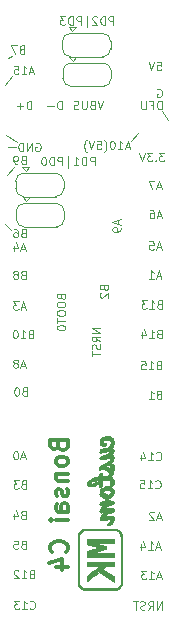
<source format=gbr>
%TF.GenerationSoftware,KiCad,Pcbnew,(5.1.6-0-10_14)*%
%TF.CreationDate,2022-02-18T21:20:26-06:00*%
%TF.ProjectId,Bonsai_C4,426f6e73-6169-45f4-9334-2e6b69636164,rev?*%
%TF.SameCoordinates,Original*%
%TF.FileFunction,Legend,Bot*%
%TF.FilePolarity,Positive*%
%FSLAX46Y46*%
G04 Gerber Fmt 4.6, Leading zero omitted, Abs format (unit mm)*
G04 Created by KiCad (PCBNEW (5.1.6-0-10_14)) date 2022-02-18 21:20:26*
%MOMM*%
%LPD*%
G01*
G04 APERTURE LIST*
%ADD10C,0.120000*%
%ADD11C,0.300000*%
%ADD12C,0.100000*%
%ADD13C,0.010000*%
G04 APERTURE END LIST*
D10*
X100910000Y-99480000D02*
X101210000Y-99250000D01*
X100610000Y-101710000D02*
X101180000Y-100940000D01*
D11*
X105152857Y-132271428D02*
X105224285Y-132485714D01*
X105295714Y-132557142D01*
X105438571Y-132628571D01*
X105652857Y-132628571D01*
X105795714Y-132557142D01*
X105867142Y-132485714D01*
X105938571Y-132342857D01*
X105938571Y-131771428D01*
X104438571Y-131771428D01*
X104438571Y-132271428D01*
X104510000Y-132414285D01*
X104581428Y-132485714D01*
X104724285Y-132557142D01*
X104867142Y-132557142D01*
X105010000Y-132485714D01*
X105081428Y-132414285D01*
X105152857Y-132271428D01*
X105152857Y-131771428D01*
X105938571Y-133485714D02*
X105867142Y-133342857D01*
X105795714Y-133271428D01*
X105652857Y-133200000D01*
X105224285Y-133200000D01*
X105081428Y-133271428D01*
X105010000Y-133342857D01*
X104938571Y-133485714D01*
X104938571Y-133700000D01*
X105010000Y-133842857D01*
X105081428Y-133914285D01*
X105224285Y-133985714D01*
X105652857Y-133985714D01*
X105795714Y-133914285D01*
X105867142Y-133842857D01*
X105938571Y-133700000D01*
X105938571Y-133485714D01*
X104938571Y-134628571D02*
X105938571Y-134628571D01*
X105081428Y-134628571D02*
X105010000Y-134700000D01*
X104938571Y-134842857D01*
X104938571Y-135057142D01*
X105010000Y-135200000D01*
X105152857Y-135271428D01*
X105938571Y-135271428D01*
X105867142Y-135914285D02*
X105938571Y-136057142D01*
X105938571Y-136342857D01*
X105867142Y-136485714D01*
X105724285Y-136557142D01*
X105652857Y-136557142D01*
X105510000Y-136485714D01*
X105438571Y-136342857D01*
X105438571Y-136128571D01*
X105367142Y-135985714D01*
X105224285Y-135914285D01*
X105152857Y-135914285D01*
X105010000Y-135985714D01*
X104938571Y-136128571D01*
X104938571Y-136342857D01*
X105010000Y-136485714D01*
X105938571Y-137842857D02*
X105152857Y-137842857D01*
X105010000Y-137771428D01*
X104938571Y-137628571D01*
X104938571Y-137342857D01*
X105010000Y-137200000D01*
X105867142Y-137842857D02*
X105938571Y-137700000D01*
X105938571Y-137342857D01*
X105867142Y-137200000D01*
X105724285Y-137128571D01*
X105581428Y-137128571D01*
X105438571Y-137200000D01*
X105367142Y-137342857D01*
X105367142Y-137700000D01*
X105295714Y-137842857D01*
X105938571Y-138557142D02*
X104938571Y-138557142D01*
X104438571Y-138557142D02*
X104510000Y-138485714D01*
X104581428Y-138557142D01*
X104510000Y-138628571D01*
X104438571Y-138557142D01*
X104581428Y-138557142D01*
X105795714Y-141271428D02*
X105867142Y-141200000D01*
X105938571Y-140985714D01*
X105938571Y-140842857D01*
X105867142Y-140628571D01*
X105724285Y-140485714D01*
X105581428Y-140414285D01*
X105295714Y-140342857D01*
X105081428Y-140342857D01*
X104795714Y-140414285D01*
X104652857Y-140485714D01*
X104510000Y-140628571D01*
X104438571Y-140842857D01*
X104438571Y-140985714D01*
X104510000Y-141200000D01*
X104581428Y-141271428D01*
X104938571Y-142557142D02*
X105938571Y-142557142D01*
X104367142Y-142200000D02*
X105438571Y-141842857D01*
X105438571Y-142771428D01*
D12*
X114400000Y-104700000D02*
X113880000Y-103940000D01*
X101140000Y-114000000D02*
X100660000Y-113490000D01*
X101410000Y-108640000D02*
X100760000Y-109370000D01*
X108203333Y-108516666D02*
X108203333Y-107816666D01*
X107936666Y-107816666D01*
X107870000Y-107850000D01*
X107836666Y-107883333D01*
X107803333Y-107950000D01*
X107803333Y-108050000D01*
X107836666Y-108116666D01*
X107870000Y-108150000D01*
X107936666Y-108183333D01*
X108203333Y-108183333D01*
X107503333Y-108516666D02*
X107503333Y-107816666D01*
X107336666Y-107816666D01*
X107236666Y-107850000D01*
X107170000Y-107916666D01*
X107136666Y-107983333D01*
X107103333Y-108116666D01*
X107103333Y-108216666D01*
X107136666Y-108350000D01*
X107170000Y-108416666D01*
X107236666Y-108483333D01*
X107336666Y-108516666D01*
X107503333Y-108516666D01*
X106436666Y-108516666D02*
X106836666Y-108516666D01*
X106636666Y-108516666D02*
X106636666Y-107816666D01*
X106703333Y-107916666D01*
X106770000Y-107983333D01*
X106836666Y-108016666D01*
X105970000Y-108750000D02*
X105970000Y-107750000D01*
X105470000Y-108516666D02*
X105470000Y-107816666D01*
X105203333Y-107816666D01*
X105136666Y-107850000D01*
X105103333Y-107883333D01*
X105070000Y-107950000D01*
X105070000Y-108050000D01*
X105103333Y-108116666D01*
X105136666Y-108150000D01*
X105203333Y-108183333D01*
X105470000Y-108183333D01*
X104770000Y-108516666D02*
X104770000Y-107816666D01*
X104603333Y-107816666D01*
X104503333Y-107850000D01*
X104436666Y-107916666D01*
X104403333Y-107983333D01*
X104370000Y-108116666D01*
X104370000Y-108216666D01*
X104403333Y-108350000D01*
X104436666Y-108416666D01*
X104503333Y-108483333D01*
X104603333Y-108516666D01*
X104770000Y-108516666D01*
X103936666Y-107816666D02*
X103870000Y-107816666D01*
X103803333Y-107850000D01*
X103770000Y-107883333D01*
X103736666Y-107950000D01*
X103703333Y-108083333D01*
X103703333Y-108250000D01*
X103736666Y-108383333D01*
X103770000Y-108450000D01*
X103803333Y-108483333D01*
X103870000Y-108516666D01*
X103936666Y-108516666D01*
X104003333Y-108483333D01*
X104036666Y-108450000D01*
X104070000Y-108383333D01*
X104103333Y-108250000D01*
X104103333Y-108083333D01*
X104070000Y-107950000D01*
X104036666Y-107883333D01*
X104003333Y-107850000D01*
X103936666Y-107816666D01*
X111173333Y-106946666D02*
X110840000Y-106946666D01*
X111240000Y-107146666D02*
X111006666Y-106446666D01*
X110773333Y-107146666D01*
X110173333Y-107146666D02*
X110573333Y-107146666D01*
X110373333Y-107146666D02*
X110373333Y-106446666D01*
X110440000Y-106546666D01*
X110506666Y-106613333D01*
X110573333Y-106646666D01*
X109740000Y-106446666D02*
X109673333Y-106446666D01*
X109606666Y-106480000D01*
X109573333Y-106513333D01*
X109540000Y-106580000D01*
X109506666Y-106713333D01*
X109506666Y-106880000D01*
X109540000Y-107013333D01*
X109573333Y-107080000D01*
X109606666Y-107113333D01*
X109673333Y-107146666D01*
X109740000Y-107146666D01*
X109806666Y-107113333D01*
X109840000Y-107080000D01*
X109873333Y-107013333D01*
X109906666Y-106880000D01*
X109906666Y-106713333D01*
X109873333Y-106580000D01*
X109840000Y-106513333D01*
X109806666Y-106480000D01*
X109740000Y-106446666D01*
X109006666Y-107413333D02*
X109040000Y-107380000D01*
X109106666Y-107280000D01*
X109140000Y-107213333D01*
X109173333Y-107113333D01*
X109206666Y-106946666D01*
X109206666Y-106813333D01*
X109173333Y-106646666D01*
X109140000Y-106546666D01*
X109106666Y-106480000D01*
X109040000Y-106380000D01*
X109006666Y-106346666D01*
X108406666Y-106446666D02*
X108740000Y-106446666D01*
X108773333Y-106780000D01*
X108740000Y-106746666D01*
X108673333Y-106713333D01*
X108506666Y-106713333D01*
X108440000Y-106746666D01*
X108406666Y-106780000D01*
X108373333Y-106846666D01*
X108373333Y-107013333D01*
X108406666Y-107080000D01*
X108440000Y-107113333D01*
X108506666Y-107146666D01*
X108673333Y-107146666D01*
X108740000Y-107113333D01*
X108773333Y-107080000D01*
X108173333Y-106446666D02*
X107940000Y-107146666D01*
X107706666Y-106446666D01*
X107540000Y-107413333D02*
X107506666Y-107380000D01*
X107440000Y-107280000D01*
X107406666Y-107213333D01*
X107373333Y-107113333D01*
X107340000Y-106946666D01*
X107340000Y-106813333D01*
X107373333Y-106646666D01*
X107406666Y-106546666D01*
X107440000Y-106480000D01*
X107506666Y-106380000D01*
X107540000Y-106346666D01*
X113820000Y-115466666D02*
X113486666Y-115466666D01*
X113886666Y-115666666D02*
X113653333Y-114966666D01*
X113420000Y-115666666D01*
X112853333Y-114966666D02*
X113186666Y-114966666D01*
X113220000Y-115300000D01*
X113186666Y-115266666D01*
X113120000Y-115233333D01*
X112953333Y-115233333D01*
X112886666Y-115266666D01*
X112853333Y-115300000D01*
X112820000Y-115366666D01*
X112820000Y-115533333D01*
X112853333Y-115600000D01*
X112886666Y-115633333D01*
X112953333Y-115666666D01*
X113120000Y-115666666D01*
X113186666Y-115633333D01*
X113220000Y-115600000D01*
X113800000Y-117926666D02*
X113466666Y-117926666D01*
X113866666Y-118126666D02*
X113633333Y-117426666D01*
X113400000Y-118126666D01*
X112800000Y-118126666D02*
X113200000Y-118126666D01*
X113000000Y-118126666D02*
X113000000Y-117426666D01*
X113066666Y-117526666D01*
X113133333Y-117593333D01*
X113200000Y-117626666D01*
X113686666Y-120300000D02*
X113586666Y-120333333D01*
X113553333Y-120366666D01*
X113520000Y-120433333D01*
X113520000Y-120533333D01*
X113553333Y-120600000D01*
X113586666Y-120633333D01*
X113653333Y-120666666D01*
X113920000Y-120666666D01*
X113920000Y-119966666D01*
X113686666Y-119966666D01*
X113620000Y-120000000D01*
X113586666Y-120033333D01*
X113553333Y-120100000D01*
X113553333Y-120166666D01*
X113586666Y-120233333D01*
X113620000Y-120266666D01*
X113686666Y-120300000D01*
X113920000Y-120300000D01*
X112853333Y-120666666D02*
X113253333Y-120666666D01*
X113053333Y-120666666D02*
X113053333Y-119966666D01*
X113120000Y-120066666D01*
X113186666Y-120133333D01*
X113253333Y-120166666D01*
X112620000Y-119966666D02*
X112186666Y-119966666D01*
X112420000Y-120233333D01*
X112320000Y-120233333D01*
X112253333Y-120266666D01*
X112220000Y-120300000D01*
X112186666Y-120366666D01*
X112186666Y-120533333D01*
X112220000Y-120600000D01*
X112253333Y-120633333D01*
X112320000Y-120666666D01*
X112520000Y-120666666D01*
X112586666Y-120633333D01*
X112620000Y-120600000D01*
X113666666Y-122770000D02*
X113566666Y-122803333D01*
X113533333Y-122836666D01*
X113500000Y-122903333D01*
X113500000Y-123003333D01*
X113533333Y-123070000D01*
X113566666Y-123103333D01*
X113633333Y-123136666D01*
X113900000Y-123136666D01*
X113900000Y-122436666D01*
X113666666Y-122436666D01*
X113600000Y-122470000D01*
X113566666Y-122503333D01*
X113533333Y-122570000D01*
X113533333Y-122636666D01*
X113566666Y-122703333D01*
X113600000Y-122736666D01*
X113666666Y-122770000D01*
X113900000Y-122770000D01*
X112833333Y-123136666D02*
X113233333Y-123136666D01*
X113033333Y-123136666D02*
X113033333Y-122436666D01*
X113100000Y-122536666D01*
X113166666Y-122603333D01*
X113233333Y-122636666D01*
X112233333Y-122670000D02*
X112233333Y-123136666D01*
X112400000Y-122403333D02*
X112566666Y-122903333D01*
X112133333Y-122903333D01*
X113626666Y-125430000D02*
X113526666Y-125463333D01*
X113493333Y-125496666D01*
X113460000Y-125563333D01*
X113460000Y-125663333D01*
X113493333Y-125730000D01*
X113526666Y-125763333D01*
X113593333Y-125796666D01*
X113860000Y-125796666D01*
X113860000Y-125096666D01*
X113626666Y-125096666D01*
X113560000Y-125130000D01*
X113526666Y-125163333D01*
X113493333Y-125230000D01*
X113493333Y-125296666D01*
X113526666Y-125363333D01*
X113560000Y-125396666D01*
X113626666Y-125430000D01*
X113860000Y-125430000D01*
X112793333Y-125796666D02*
X113193333Y-125796666D01*
X112993333Y-125796666D02*
X112993333Y-125096666D01*
X113060000Y-125196666D01*
X113126666Y-125263333D01*
X113193333Y-125296666D01*
X112160000Y-125096666D02*
X112493333Y-125096666D01*
X112526666Y-125430000D01*
X112493333Y-125396666D01*
X112426666Y-125363333D01*
X112260000Y-125363333D01*
X112193333Y-125396666D01*
X112160000Y-125430000D01*
X112126666Y-125496666D01*
X112126666Y-125663333D01*
X112160000Y-125730000D01*
X112193333Y-125763333D01*
X112260000Y-125796666D01*
X112426666Y-125796666D01*
X112493333Y-125763333D01*
X112526666Y-125730000D01*
X113633333Y-127930000D02*
X113533333Y-127963333D01*
X113500000Y-127996666D01*
X113466666Y-128063333D01*
X113466666Y-128163333D01*
X113500000Y-128230000D01*
X113533333Y-128263333D01*
X113600000Y-128296666D01*
X113866666Y-128296666D01*
X113866666Y-127596666D01*
X113633333Y-127596666D01*
X113566666Y-127630000D01*
X113533333Y-127663333D01*
X113500000Y-127730000D01*
X113500000Y-127796666D01*
X113533333Y-127863333D01*
X113566666Y-127896666D01*
X113633333Y-127930000D01*
X113866666Y-127930000D01*
X112800000Y-128296666D02*
X113200000Y-128296666D01*
X113000000Y-128296666D02*
X113000000Y-127596666D01*
X113066666Y-127696666D01*
X113133333Y-127763333D01*
X113200000Y-127796666D01*
X113440000Y-133440000D02*
X113473333Y-133473333D01*
X113573333Y-133506666D01*
X113640000Y-133506666D01*
X113740000Y-133473333D01*
X113806666Y-133406666D01*
X113840000Y-133340000D01*
X113873333Y-133206666D01*
X113873333Y-133106666D01*
X113840000Y-132973333D01*
X113806666Y-132906666D01*
X113740000Y-132840000D01*
X113640000Y-132806666D01*
X113573333Y-132806666D01*
X113473333Y-132840000D01*
X113440000Y-132873333D01*
X112773333Y-133506666D02*
X113173333Y-133506666D01*
X112973333Y-133506666D02*
X112973333Y-132806666D01*
X113040000Y-132906666D01*
X113106666Y-132973333D01*
X113173333Y-133006666D01*
X112173333Y-133040000D02*
X112173333Y-133506666D01*
X112340000Y-132773333D02*
X112506666Y-133273333D01*
X112073333Y-133273333D01*
X113361000Y-135822000D02*
X113394333Y-135855333D01*
X113494333Y-135888666D01*
X113561000Y-135888666D01*
X113661000Y-135855333D01*
X113727666Y-135788666D01*
X113761000Y-135722000D01*
X113794333Y-135588666D01*
X113794333Y-135488666D01*
X113761000Y-135355333D01*
X113727666Y-135288666D01*
X113661000Y-135222000D01*
X113561000Y-135188666D01*
X113494333Y-135188666D01*
X113394333Y-135222000D01*
X113361000Y-135255333D01*
X112694333Y-135888666D02*
X113094333Y-135888666D01*
X112894333Y-135888666D02*
X112894333Y-135188666D01*
X112961000Y-135288666D01*
X113027666Y-135355333D01*
X113094333Y-135388666D01*
X112061000Y-135188666D02*
X112394333Y-135188666D01*
X112427666Y-135522000D01*
X112394333Y-135488666D01*
X112327666Y-135455333D01*
X112161000Y-135455333D01*
X112094333Y-135488666D01*
X112061000Y-135522000D01*
X112027666Y-135588666D01*
X112027666Y-135755333D01*
X112061000Y-135822000D01*
X112094333Y-135855333D01*
X112161000Y-135888666D01*
X112327666Y-135888666D01*
X112394333Y-135855333D01*
X112427666Y-135822000D01*
X113830000Y-138346666D02*
X113496666Y-138346666D01*
X113896666Y-138546666D02*
X113663333Y-137846666D01*
X113430000Y-138546666D01*
X113230000Y-137913333D02*
X113196666Y-137880000D01*
X113130000Y-137846666D01*
X112963333Y-137846666D01*
X112896666Y-137880000D01*
X112863333Y-137913333D01*
X112830000Y-137980000D01*
X112830000Y-138046666D01*
X112863333Y-138146666D01*
X113263333Y-138546666D01*
X112830000Y-138546666D01*
X113763333Y-140866666D02*
X113430000Y-140866666D01*
X113830000Y-141066666D02*
X113596666Y-140366666D01*
X113363333Y-141066666D01*
X112763333Y-141066666D02*
X113163333Y-141066666D01*
X112963333Y-141066666D02*
X112963333Y-140366666D01*
X113030000Y-140466666D01*
X113096666Y-140533333D01*
X113163333Y-140566666D01*
X112163333Y-140600000D02*
X112163333Y-141066666D01*
X112330000Y-140333333D02*
X112496666Y-140833333D01*
X112063333Y-140833333D01*
X113823333Y-143346666D02*
X113490000Y-143346666D01*
X113890000Y-143546666D02*
X113656666Y-142846666D01*
X113423333Y-143546666D01*
X112823333Y-143546666D02*
X113223333Y-143546666D01*
X113023333Y-143546666D02*
X113023333Y-142846666D01*
X113090000Y-142946666D01*
X113156666Y-143013333D01*
X113223333Y-143046666D01*
X112590000Y-142846666D02*
X112156666Y-142846666D01*
X112390000Y-143113333D01*
X112290000Y-143113333D01*
X112223333Y-143146666D01*
X112190000Y-143180000D01*
X112156666Y-143246666D01*
X112156666Y-143413333D01*
X112190000Y-143480000D01*
X112223333Y-143513333D01*
X112290000Y-143546666D01*
X112490000Y-143546666D01*
X112556666Y-143513333D01*
X112590000Y-143480000D01*
X113880000Y-146136666D02*
X113880000Y-145436666D01*
X113480000Y-146136666D01*
X113480000Y-145436666D01*
X112746666Y-146136666D02*
X112980000Y-145803333D01*
X113146666Y-146136666D02*
X113146666Y-145436666D01*
X112880000Y-145436666D01*
X112813333Y-145470000D01*
X112780000Y-145503333D01*
X112746666Y-145570000D01*
X112746666Y-145670000D01*
X112780000Y-145736666D01*
X112813333Y-145770000D01*
X112880000Y-145803333D01*
X113146666Y-145803333D01*
X112480000Y-146103333D02*
X112380000Y-146136666D01*
X112213333Y-146136666D01*
X112146666Y-146103333D01*
X112113333Y-146070000D01*
X112080000Y-146003333D01*
X112080000Y-145936666D01*
X112113333Y-145870000D01*
X112146666Y-145836666D01*
X112213333Y-145803333D01*
X112346666Y-145770000D01*
X112413333Y-145736666D01*
X112446666Y-145703333D01*
X112480000Y-145636666D01*
X112480000Y-145570000D01*
X112446666Y-145503333D01*
X112413333Y-145470000D01*
X112346666Y-145436666D01*
X112180000Y-145436666D01*
X112080000Y-145470000D01*
X111880000Y-145436666D02*
X111480000Y-145436666D01*
X111680000Y-146136666D02*
X111680000Y-145436666D01*
X102730000Y-146020000D02*
X102763333Y-146053333D01*
X102863333Y-146086666D01*
X102930000Y-146086666D01*
X103030000Y-146053333D01*
X103096666Y-145986666D01*
X103130000Y-145920000D01*
X103163333Y-145786666D01*
X103163333Y-145686666D01*
X103130000Y-145553333D01*
X103096666Y-145486666D01*
X103030000Y-145420000D01*
X102930000Y-145386666D01*
X102863333Y-145386666D01*
X102763333Y-145420000D01*
X102730000Y-145453333D01*
X102063333Y-146086666D02*
X102463333Y-146086666D01*
X102263333Y-146086666D02*
X102263333Y-145386666D01*
X102330000Y-145486666D01*
X102396666Y-145553333D01*
X102463333Y-145586666D01*
X101830000Y-145386666D02*
X101396666Y-145386666D01*
X101630000Y-145653333D01*
X101530000Y-145653333D01*
X101463333Y-145686666D01*
X101430000Y-145720000D01*
X101396666Y-145786666D01*
X101396666Y-145953333D01*
X101430000Y-146020000D01*
X101463333Y-146053333D01*
X101530000Y-146086666D01*
X101730000Y-146086666D01*
X101796666Y-146053333D01*
X101830000Y-146020000D01*
X102866666Y-143130000D02*
X102766666Y-143163333D01*
X102733333Y-143196666D01*
X102700000Y-143263333D01*
X102700000Y-143363333D01*
X102733333Y-143430000D01*
X102766666Y-143463333D01*
X102833333Y-143496666D01*
X103100000Y-143496666D01*
X103100000Y-142796666D01*
X102866666Y-142796666D01*
X102800000Y-142830000D01*
X102766666Y-142863333D01*
X102733333Y-142930000D01*
X102733333Y-142996666D01*
X102766666Y-143063333D01*
X102800000Y-143096666D01*
X102866666Y-143130000D01*
X103100000Y-143130000D01*
X102033333Y-143496666D02*
X102433333Y-143496666D01*
X102233333Y-143496666D02*
X102233333Y-142796666D01*
X102300000Y-142896666D01*
X102366666Y-142963333D01*
X102433333Y-142996666D01*
X101766666Y-142863333D02*
X101733333Y-142830000D01*
X101666666Y-142796666D01*
X101500000Y-142796666D01*
X101433333Y-142830000D01*
X101400000Y-142863333D01*
X101366666Y-142930000D01*
X101366666Y-142996666D01*
X101400000Y-143096666D01*
X101800000Y-143496666D01*
X101366666Y-143496666D01*
X102173333Y-140630000D02*
X102073333Y-140663333D01*
X102040000Y-140696666D01*
X102006666Y-140763333D01*
X102006666Y-140863333D01*
X102040000Y-140930000D01*
X102073333Y-140963333D01*
X102140000Y-140996666D01*
X102406666Y-140996666D01*
X102406666Y-140296666D01*
X102173333Y-140296666D01*
X102106666Y-140330000D01*
X102073333Y-140363333D01*
X102040000Y-140430000D01*
X102040000Y-140496666D01*
X102073333Y-140563333D01*
X102106666Y-140596666D01*
X102173333Y-140630000D01*
X102406666Y-140630000D01*
X101373333Y-140296666D02*
X101706666Y-140296666D01*
X101740000Y-140630000D01*
X101706666Y-140596666D01*
X101640000Y-140563333D01*
X101473333Y-140563333D01*
X101406666Y-140596666D01*
X101373333Y-140630000D01*
X101340000Y-140696666D01*
X101340000Y-140863333D01*
X101373333Y-140930000D01*
X101406666Y-140963333D01*
X101473333Y-140996666D01*
X101640000Y-140996666D01*
X101706666Y-140963333D01*
X101740000Y-140930000D01*
X102153333Y-138110000D02*
X102053333Y-138143333D01*
X102020000Y-138176666D01*
X101986666Y-138243333D01*
X101986666Y-138343333D01*
X102020000Y-138410000D01*
X102053333Y-138443333D01*
X102120000Y-138476666D01*
X102386666Y-138476666D01*
X102386666Y-137776666D01*
X102153333Y-137776666D01*
X102086666Y-137810000D01*
X102053333Y-137843333D01*
X102020000Y-137910000D01*
X102020000Y-137976666D01*
X102053333Y-138043333D01*
X102086666Y-138076666D01*
X102153333Y-138110000D01*
X102386666Y-138110000D01*
X101386666Y-138010000D02*
X101386666Y-138476666D01*
X101553333Y-137743333D02*
X101720000Y-138243333D01*
X101286666Y-138243333D01*
X102183333Y-135540000D02*
X102083333Y-135573333D01*
X102050000Y-135606666D01*
X102016666Y-135673333D01*
X102016666Y-135773333D01*
X102050000Y-135840000D01*
X102083333Y-135873333D01*
X102150000Y-135906666D01*
X102416666Y-135906666D01*
X102416666Y-135206666D01*
X102183333Y-135206666D01*
X102116666Y-135240000D01*
X102083333Y-135273333D01*
X102050000Y-135340000D01*
X102050000Y-135406666D01*
X102083333Y-135473333D01*
X102116666Y-135506666D01*
X102183333Y-135540000D01*
X102416666Y-135540000D01*
X101783333Y-135206666D02*
X101350000Y-135206666D01*
X101583333Y-135473333D01*
X101483333Y-135473333D01*
X101416666Y-135506666D01*
X101383333Y-135540000D01*
X101350000Y-135606666D01*
X101350000Y-135773333D01*
X101383333Y-135840000D01*
X101416666Y-135873333D01*
X101483333Y-135906666D01*
X101683333Y-135906666D01*
X101750000Y-135873333D01*
X101783333Y-135840000D01*
X102330000Y-133216666D02*
X101996666Y-133216666D01*
X102396666Y-133416666D02*
X102163333Y-132716666D01*
X101930000Y-133416666D01*
X101563333Y-132716666D02*
X101496666Y-132716666D01*
X101430000Y-132750000D01*
X101396666Y-132783333D01*
X101363333Y-132850000D01*
X101330000Y-132983333D01*
X101330000Y-133150000D01*
X101363333Y-133283333D01*
X101396666Y-133350000D01*
X101430000Y-133383333D01*
X101496666Y-133416666D01*
X101563333Y-133416666D01*
X101630000Y-133383333D01*
X101663333Y-133350000D01*
X101696666Y-133283333D01*
X101730000Y-133150000D01*
X101730000Y-132983333D01*
X101696666Y-132850000D01*
X101663333Y-132783333D01*
X101630000Y-132750000D01*
X101563333Y-132716666D01*
X102253333Y-127670000D02*
X102153333Y-127703333D01*
X102120000Y-127736666D01*
X102086666Y-127803333D01*
X102086666Y-127903333D01*
X102120000Y-127970000D01*
X102153333Y-128003333D01*
X102220000Y-128036666D01*
X102486666Y-128036666D01*
X102486666Y-127336666D01*
X102253333Y-127336666D01*
X102186666Y-127370000D01*
X102153333Y-127403333D01*
X102120000Y-127470000D01*
X102120000Y-127536666D01*
X102153333Y-127603333D01*
X102186666Y-127636666D01*
X102253333Y-127670000D01*
X102486666Y-127670000D01*
X101653333Y-127336666D02*
X101586666Y-127336666D01*
X101520000Y-127370000D01*
X101486666Y-127403333D01*
X101453333Y-127470000D01*
X101420000Y-127603333D01*
X101420000Y-127770000D01*
X101453333Y-127903333D01*
X101486666Y-127970000D01*
X101520000Y-128003333D01*
X101586666Y-128036666D01*
X101653333Y-128036666D01*
X101720000Y-128003333D01*
X101753333Y-127970000D01*
X101786666Y-127903333D01*
X101820000Y-127770000D01*
X101820000Y-127603333D01*
X101786666Y-127470000D01*
X101753333Y-127403333D01*
X101720000Y-127370000D01*
X101653333Y-127336666D01*
X102330000Y-125476666D02*
X101996666Y-125476666D01*
X102396666Y-125676666D02*
X102163333Y-124976666D01*
X101930000Y-125676666D01*
X101596666Y-125276666D02*
X101663333Y-125243333D01*
X101696666Y-125210000D01*
X101730000Y-125143333D01*
X101730000Y-125110000D01*
X101696666Y-125043333D01*
X101663333Y-125010000D01*
X101596666Y-124976666D01*
X101463333Y-124976666D01*
X101396666Y-125010000D01*
X101363333Y-125043333D01*
X101330000Y-125110000D01*
X101330000Y-125143333D01*
X101363333Y-125210000D01*
X101396666Y-125243333D01*
X101463333Y-125276666D01*
X101596666Y-125276666D01*
X101663333Y-125310000D01*
X101696666Y-125343333D01*
X101730000Y-125410000D01*
X101730000Y-125543333D01*
X101696666Y-125610000D01*
X101663333Y-125643333D01*
X101596666Y-125676666D01*
X101463333Y-125676666D01*
X101396666Y-125643333D01*
X101363333Y-125610000D01*
X101330000Y-125543333D01*
X101330000Y-125410000D01*
X101363333Y-125343333D01*
X101396666Y-125310000D01*
X101463333Y-125276666D01*
X102786666Y-122800000D02*
X102686666Y-122833333D01*
X102653333Y-122866666D01*
X102620000Y-122933333D01*
X102620000Y-123033333D01*
X102653333Y-123100000D01*
X102686666Y-123133333D01*
X102753333Y-123166666D01*
X103020000Y-123166666D01*
X103020000Y-122466666D01*
X102786666Y-122466666D01*
X102720000Y-122500000D01*
X102686666Y-122533333D01*
X102653333Y-122600000D01*
X102653333Y-122666666D01*
X102686666Y-122733333D01*
X102720000Y-122766666D01*
X102786666Y-122800000D01*
X103020000Y-122800000D01*
X101953333Y-123166666D02*
X102353333Y-123166666D01*
X102153333Y-123166666D02*
X102153333Y-122466666D01*
X102220000Y-122566666D01*
X102286666Y-122633333D01*
X102353333Y-122666666D01*
X101520000Y-122466666D02*
X101453333Y-122466666D01*
X101386666Y-122500000D01*
X101353333Y-122533333D01*
X101320000Y-122600000D01*
X101286666Y-122733333D01*
X101286666Y-122900000D01*
X101320000Y-123033333D01*
X101353333Y-123100000D01*
X101386666Y-123133333D01*
X101453333Y-123166666D01*
X101520000Y-123166666D01*
X101586666Y-123133333D01*
X101620000Y-123100000D01*
X101653333Y-123033333D01*
X101686666Y-122900000D01*
X101686666Y-122733333D01*
X101653333Y-122600000D01*
X101620000Y-122533333D01*
X101586666Y-122500000D01*
X101520000Y-122466666D01*
X102340000Y-120546666D02*
X102006666Y-120546666D01*
X102406666Y-120746666D02*
X102173333Y-120046666D01*
X101940000Y-120746666D01*
X101773333Y-120046666D02*
X101340000Y-120046666D01*
X101573333Y-120313333D01*
X101473333Y-120313333D01*
X101406666Y-120346666D01*
X101373333Y-120380000D01*
X101340000Y-120446666D01*
X101340000Y-120613333D01*
X101373333Y-120680000D01*
X101406666Y-120713333D01*
X101473333Y-120746666D01*
X101673333Y-120746666D01*
X101740000Y-120713333D01*
X101773333Y-120680000D01*
X102153333Y-117790000D02*
X102053333Y-117823333D01*
X102020000Y-117856666D01*
X101986666Y-117923333D01*
X101986666Y-118023333D01*
X102020000Y-118090000D01*
X102053333Y-118123333D01*
X102120000Y-118156666D01*
X102386666Y-118156666D01*
X102386666Y-117456666D01*
X102153333Y-117456666D01*
X102086666Y-117490000D01*
X102053333Y-117523333D01*
X102020000Y-117590000D01*
X102020000Y-117656666D01*
X102053333Y-117723333D01*
X102086666Y-117756666D01*
X102153333Y-117790000D01*
X102386666Y-117790000D01*
X101586666Y-117756666D02*
X101653333Y-117723333D01*
X101686666Y-117690000D01*
X101720000Y-117623333D01*
X101720000Y-117590000D01*
X101686666Y-117523333D01*
X101653333Y-117490000D01*
X101586666Y-117456666D01*
X101453333Y-117456666D01*
X101386666Y-117490000D01*
X101353333Y-117523333D01*
X101320000Y-117590000D01*
X101320000Y-117623333D01*
X101353333Y-117690000D01*
X101386666Y-117723333D01*
X101453333Y-117756666D01*
X101586666Y-117756666D01*
X101653333Y-117790000D01*
X101686666Y-117823333D01*
X101720000Y-117890000D01*
X101720000Y-118023333D01*
X101686666Y-118090000D01*
X101653333Y-118123333D01*
X101586666Y-118156666D01*
X101453333Y-118156666D01*
X101386666Y-118123333D01*
X101353333Y-118090000D01*
X101320000Y-118023333D01*
X101320000Y-117890000D01*
X101353333Y-117823333D01*
X101386666Y-117790000D01*
X101453333Y-117756666D01*
X102300000Y-115586666D02*
X101966666Y-115586666D01*
X102366666Y-115786666D02*
X102133333Y-115086666D01*
X101900000Y-115786666D01*
X101366666Y-115320000D02*
X101366666Y-115786666D01*
X101533333Y-115053333D02*
X101700000Y-115553333D01*
X101266666Y-115553333D01*
X102163333Y-114250000D02*
X102063333Y-114283333D01*
X102030000Y-114316666D01*
X101996666Y-114383333D01*
X101996666Y-114483333D01*
X102030000Y-114550000D01*
X102063333Y-114583333D01*
X102130000Y-114616666D01*
X102396666Y-114616666D01*
X102396666Y-113916666D01*
X102163333Y-113916666D01*
X102096666Y-113950000D01*
X102063333Y-113983333D01*
X102030000Y-114050000D01*
X102030000Y-114116666D01*
X102063333Y-114183333D01*
X102096666Y-114216666D01*
X102163333Y-114250000D01*
X102396666Y-114250000D01*
X101396666Y-113916666D02*
X101530000Y-113916666D01*
X101596666Y-113950000D01*
X101630000Y-113983333D01*
X101696666Y-114083333D01*
X101730000Y-114216666D01*
X101730000Y-114483333D01*
X101696666Y-114550000D01*
X101663333Y-114583333D01*
X101596666Y-114616666D01*
X101463333Y-114616666D01*
X101396666Y-114583333D01*
X101363333Y-114550000D01*
X101330000Y-114483333D01*
X101330000Y-114316666D01*
X101363333Y-114250000D01*
X101396666Y-114216666D01*
X101463333Y-114183333D01*
X101596666Y-114183333D01*
X101663333Y-114216666D01*
X101696666Y-114250000D01*
X101730000Y-114316666D01*
X102173333Y-108050000D02*
X102073333Y-108083333D01*
X102040000Y-108116666D01*
X102006666Y-108183333D01*
X102006666Y-108283333D01*
X102040000Y-108350000D01*
X102073333Y-108383333D01*
X102140000Y-108416666D01*
X102406666Y-108416666D01*
X102406666Y-107716666D01*
X102173333Y-107716666D01*
X102106666Y-107750000D01*
X102073333Y-107783333D01*
X102040000Y-107850000D01*
X102040000Y-107916666D01*
X102073333Y-107983333D01*
X102106666Y-108016666D01*
X102173333Y-108050000D01*
X102406666Y-108050000D01*
X101673333Y-108416666D02*
X101540000Y-108416666D01*
X101473333Y-108383333D01*
X101440000Y-108350000D01*
X101373333Y-108250000D01*
X101340000Y-108116666D01*
X101340000Y-107850000D01*
X101373333Y-107783333D01*
X101406666Y-107750000D01*
X101473333Y-107716666D01*
X101606666Y-107716666D01*
X101673333Y-107750000D01*
X101706666Y-107783333D01*
X101740000Y-107850000D01*
X101740000Y-108016666D01*
X101706666Y-108083333D01*
X101673333Y-108116666D01*
X101606666Y-108150000D01*
X101473333Y-108150000D01*
X101406666Y-108116666D01*
X101373333Y-108083333D01*
X101340000Y-108016666D01*
X113516666Y-102090000D02*
X113583333Y-102056666D01*
X113683333Y-102056666D01*
X113783333Y-102090000D01*
X113850000Y-102156666D01*
X113883333Y-102223333D01*
X113916666Y-102356666D01*
X113916666Y-102456666D01*
X113883333Y-102590000D01*
X113850000Y-102656666D01*
X113783333Y-102723333D01*
X113683333Y-102756666D01*
X113616666Y-102756666D01*
X113516666Y-102723333D01*
X113483333Y-102690000D01*
X113483333Y-102456666D01*
X113616666Y-102456666D01*
X113493333Y-99756666D02*
X113826666Y-99756666D01*
X113860000Y-100090000D01*
X113826666Y-100056666D01*
X113760000Y-100023333D01*
X113593333Y-100023333D01*
X113526666Y-100056666D01*
X113493333Y-100090000D01*
X113460000Y-100156666D01*
X113460000Y-100323333D01*
X113493333Y-100390000D01*
X113526666Y-100423333D01*
X113593333Y-100456666D01*
X113760000Y-100456666D01*
X113826666Y-100423333D01*
X113860000Y-100390000D01*
X113260000Y-99756666D02*
X113026666Y-100456666D01*
X112793333Y-99756666D01*
X102846666Y-103796666D02*
X102846666Y-103096666D01*
X102680000Y-103096666D01*
X102580000Y-103130000D01*
X102513333Y-103196666D01*
X102480000Y-103263333D01*
X102446666Y-103396666D01*
X102446666Y-103496666D01*
X102480000Y-103630000D01*
X102513333Y-103696666D01*
X102580000Y-103763333D01*
X102680000Y-103796666D01*
X102846666Y-103796666D01*
X102146666Y-103530000D02*
X101613333Y-103530000D01*
X101880000Y-103796666D02*
X101880000Y-103263333D01*
X102023333Y-98710000D02*
X101923333Y-98743333D01*
X101890000Y-98776666D01*
X101856666Y-98843333D01*
X101856666Y-98943333D01*
X101890000Y-99010000D01*
X101923333Y-99043333D01*
X101990000Y-99076666D01*
X102256666Y-99076666D01*
X102256666Y-98376666D01*
X102023333Y-98376666D01*
X101956666Y-98410000D01*
X101923333Y-98443333D01*
X101890000Y-98510000D01*
X101890000Y-98576666D01*
X101923333Y-98643333D01*
X101956666Y-98676666D01*
X102023333Y-98710000D01*
X102256666Y-98710000D01*
X101623333Y-98376666D02*
X101156666Y-98376666D01*
X101456666Y-99076666D01*
X103033333Y-100596666D02*
X102700000Y-100596666D01*
X103100000Y-100796666D02*
X102866666Y-100096666D01*
X102633333Y-100796666D01*
X102033333Y-100796666D02*
X102433333Y-100796666D01*
X102233333Y-100796666D02*
X102233333Y-100096666D01*
X102300000Y-100196666D01*
X102366666Y-100263333D01*
X102433333Y-100296666D01*
X101400000Y-100096666D02*
X101733333Y-100096666D01*
X101766666Y-100430000D01*
X101733333Y-100396666D01*
X101666666Y-100363333D01*
X101500000Y-100363333D01*
X101433333Y-100396666D01*
X101400000Y-100430000D01*
X101366666Y-100496666D01*
X101366666Y-100663333D01*
X101400000Y-100730000D01*
X101433333Y-100763333D01*
X101500000Y-100796666D01*
X101666666Y-100796666D01*
X101733333Y-100763333D01*
X101766666Y-100730000D01*
X101550000Y-106960000D02*
X100876000Y-106955000D01*
X101620000Y-106560000D02*
X100734000Y-105929000D01*
X103233333Y-106650000D02*
X103300000Y-106616666D01*
X103400000Y-106616666D01*
X103500000Y-106650000D01*
X103566666Y-106716666D01*
X103600000Y-106783333D01*
X103633333Y-106916666D01*
X103633333Y-107016666D01*
X103600000Y-107150000D01*
X103566666Y-107216666D01*
X103500000Y-107283333D01*
X103400000Y-107316666D01*
X103333333Y-107316666D01*
X103233333Y-107283333D01*
X103200000Y-107250000D01*
X103200000Y-107016666D01*
X103333333Y-107016666D01*
X102900000Y-107316666D02*
X102900000Y-106616666D01*
X102500000Y-107316666D01*
X102500000Y-106616666D01*
X102166666Y-107316666D02*
X102166666Y-106616666D01*
X102000000Y-106616666D01*
X101900000Y-106650000D01*
X101833333Y-106716666D01*
X101800000Y-106783333D01*
X101766666Y-106916666D01*
X101766666Y-107016666D01*
X101800000Y-107150000D01*
X101833333Y-107216666D01*
X101900000Y-107283333D01*
X102000000Y-107316666D01*
X102166666Y-107316666D01*
X105436666Y-103756666D02*
X105436666Y-103056666D01*
X105270000Y-103056666D01*
X105170000Y-103090000D01*
X105103333Y-103156666D01*
X105070000Y-103223333D01*
X105036666Y-103356666D01*
X105036666Y-103456666D01*
X105070000Y-103590000D01*
X105103333Y-103656666D01*
X105170000Y-103723333D01*
X105270000Y-103756666D01*
X105436666Y-103756666D01*
X104736666Y-103490000D02*
X104203333Y-103490000D01*
X111320000Y-106460000D02*
X111890000Y-105800000D01*
X108933333Y-103056666D02*
X108700000Y-103756666D01*
X108466666Y-103056666D01*
X108000000Y-103390000D02*
X107900000Y-103423333D01*
X107866666Y-103456666D01*
X107833333Y-103523333D01*
X107833333Y-103623333D01*
X107866666Y-103690000D01*
X107900000Y-103723333D01*
X107966666Y-103756666D01*
X108233333Y-103756666D01*
X108233333Y-103056666D01*
X108000000Y-103056666D01*
X107933333Y-103090000D01*
X107900000Y-103123333D01*
X107866666Y-103190000D01*
X107866666Y-103256666D01*
X107900000Y-103323333D01*
X107933333Y-103356666D01*
X108000000Y-103390000D01*
X108233333Y-103390000D01*
X107533333Y-103056666D02*
X107533333Y-103623333D01*
X107500000Y-103690000D01*
X107466666Y-103723333D01*
X107400000Y-103756666D01*
X107266666Y-103756666D01*
X107200000Y-103723333D01*
X107166666Y-103690000D01*
X107133333Y-103623333D01*
X107133333Y-103056666D01*
X106833333Y-103723333D02*
X106733333Y-103756666D01*
X106566666Y-103756666D01*
X106500000Y-103723333D01*
X106466666Y-103690000D01*
X106433333Y-103623333D01*
X106433333Y-103556666D01*
X106466666Y-103490000D01*
X106500000Y-103456666D01*
X106566666Y-103423333D01*
X106700000Y-103390000D01*
X106766666Y-103356666D01*
X106800000Y-103323333D01*
X106833333Y-103256666D01*
X106833333Y-103190000D01*
X106800000Y-103123333D01*
X106766666Y-103090000D01*
X106700000Y-103056666D01*
X106533333Y-103056666D01*
X106433333Y-103090000D01*
X113880000Y-103786666D02*
X113880000Y-103086666D01*
X113713333Y-103086666D01*
X113613333Y-103120000D01*
X113546666Y-103186666D01*
X113513333Y-103253333D01*
X113480000Y-103386666D01*
X113480000Y-103486666D01*
X113513333Y-103620000D01*
X113546666Y-103686666D01*
X113613333Y-103753333D01*
X113713333Y-103786666D01*
X113880000Y-103786666D01*
X112946666Y-103420000D02*
X113180000Y-103420000D01*
X113180000Y-103786666D02*
X113180000Y-103086666D01*
X112846666Y-103086666D01*
X112580000Y-103086666D02*
X112580000Y-103653333D01*
X112546666Y-103720000D01*
X112513333Y-103753333D01*
X112446666Y-103786666D01*
X112313333Y-103786666D01*
X112246666Y-103753333D01*
X112213333Y-103720000D01*
X112180000Y-103653333D01*
X112180000Y-103086666D01*
X114103333Y-107466666D02*
X113670000Y-107466666D01*
X113903333Y-107733333D01*
X113803333Y-107733333D01*
X113736666Y-107766666D01*
X113703333Y-107800000D01*
X113670000Y-107866666D01*
X113670000Y-108033333D01*
X113703333Y-108100000D01*
X113736666Y-108133333D01*
X113803333Y-108166666D01*
X114003333Y-108166666D01*
X114070000Y-108133333D01*
X114103333Y-108100000D01*
X113370000Y-108100000D02*
X113336666Y-108133333D01*
X113370000Y-108166666D01*
X113403333Y-108133333D01*
X113370000Y-108100000D01*
X113370000Y-108166666D01*
X113103333Y-107466666D02*
X112670000Y-107466666D01*
X112903333Y-107733333D01*
X112803333Y-107733333D01*
X112736666Y-107766666D01*
X112703333Y-107800000D01*
X112670000Y-107866666D01*
X112670000Y-108033333D01*
X112703333Y-108100000D01*
X112736666Y-108133333D01*
X112803333Y-108166666D01*
X113003333Y-108166666D01*
X113070000Y-108133333D01*
X113103333Y-108100000D01*
X112470000Y-107466666D02*
X112236666Y-108166666D01*
X112003333Y-107466666D01*
X113830000Y-110326666D02*
X113496666Y-110326666D01*
X113896666Y-110526666D02*
X113663333Y-109826666D01*
X113430000Y-110526666D01*
X113263333Y-109826666D02*
X112796666Y-109826666D01*
X113096666Y-110526666D01*
X113870000Y-112786666D02*
X113536666Y-112786666D01*
X113936666Y-112986666D02*
X113703333Y-112286666D01*
X113470000Y-112986666D01*
X112936666Y-112286666D02*
X113070000Y-112286666D01*
X113136666Y-112320000D01*
X113170000Y-112353333D01*
X113236666Y-112453333D01*
X113270000Y-112586666D01*
X113270000Y-112853333D01*
X113236666Y-112920000D01*
X113203333Y-112953333D01*
X113136666Y-112986666D01*
X113003333Y-112986666D01*
X112936666Y-112953333D01*
X112903333Y-112920000D01*
X112870000Y-112853333D01*
X112870000Y-112686666D01*
X112903333Y-112620000D01*
X112936666Y-112586666D01*
X113003333Y-112553333D01*
X113136666Y-112553333D01*
X113203333Y-112586666D01*
X113236666Y-112620000D01*
X113270000Y-112686666D01*
X110216666Y-113160000D02*
X110216666Y-113493333D01*
X110416666Y-113093333D02*
X109716666Y-113326666D01*
X110416666Y-113560000D01*
X110416666Y-113826666D02*
X110416666Y-113960000D01*
X110383333Y-114026666D01*
X110350000Y-114060000D01*
X110250000Y-114126666D01*
X110116666Y-114160000D01*
X109850000Y-114160000D01*
X109783333Y-114126666D01*
X109750000Y-114093333D01*
X109716666Y-114026666D01*
X109716666Y-113893333D01*
X109750000Y-113826666D01*
X109783333Y-113793333D01*
X109850000Y-113760000D01*
X110016666Y-113760000D01*
X110083333Y-113793333D01*
X110116666Y-113826666D01*
X110150000Y-113893333D01*
X110150000Y-114026666D01*
X110116666Y-114093333D01*
X110083333Y-114126666D01*
X110016666Y-114160000D01*
X109783333Y-96621666D02*
X109783333Y-95921666D01*
X109516666Y-95921666D01*
X109450000Y-95955000D01*
X109416666Y-95988333D01*
X109383333Y-96055000D01*
X109383333Y-96155000D01*
X109416666Y-96221666D01*
X109450000Y-96255000D01*
X109516666Y-96288333D01*
X109783333Y-96288333D01*
X109083333Y-96621666D02*
X109083333Y-95921666D01*
X108916666Y-95921666D01*
X108816666Y-95955000D01*
X108750000Y-96021666D01*
X108716666Y-96088333D01*
X108683333Y-96221666D01*
X108683333Y-96321666D01*
X108716666Y-96455000D01*
X108750000Y-96521666D01*
X108816666Y-96588333D01*
X108916666Y-96621666D01*
X109083333Y-96621666D01*
X108416666Y-95988333D02*
X108383333Y-95955000D01*
X108316666Y-95921666D01*
X108150000Y-95921666D01*
X108083333Y-95955000D01*
X108050000Y-95988333D01*
X108016666Y-96055000D01*
X108016666Y-96121666D01*
X108050000Y-96221666D01*
X108450000Y-96621666D01*
X108016666Y-96621666D01*
X107550000Y-96855000D02*
X107550000Y-95855000D01*
X107050000Y-96621666D02*
X107050000Y-95921666D01*
X106783333Y-95921666D01*
X106716666Y-95955000D01*
X106683333Y-95988333D01*
X106650000Y-96055000D01*
X106650000Y-96155000D01*
X106683333Y-96221666D01*
X106716666Y-96255000D01*
X106783333Y-96288333D01*
X107050000Y-96288333D01*
X106350000Y-96621666D02*
X106350000Y-95921666D01*
X106183333Y-95921666D01*
X106083333Y-95955000D01*
X106016666Y-96021666D01*
X105983333Y-96088333D01*
X105950000Y-96221666D01*
X105950000Y-96321666D01*
X105983333Y-96455000D01*
X106016666Y-96521666D01*
X106083333Y-96588333D01*
X106183333Y-96621666D01*
X106350000Y-96621666D01*
X105716666Y-95921666D02*
X105283333Y-95921666D01*
X105516666Y-96188333D01*
X105416666Y-96188333D01*
X105350000Y-96221666D01*
X105316666Y-96255000D01*
X105283333Y-96321666D01*
X105283333Y-96488333D01*
X105316666Y-96555000D01*
X105350000Y-96588333D01*
X105416666Y-96621666D01*
X105616666Y-96621666D01*
X105683333Y-96588333D01*
X105716666Y-96555000D01*
X108990000Y-118896666D02*
X109023333Y-118996666D01*
X109056666Y-119030000D01*
X109123333Y-119063333D01*
X109223333Y-119063333D01*
X109290000Y-119030000D01*
X109323333Y-118996666D01*
X109356666Y-118930000D01*
X109356666Y-118663333D01*
X108656666Y-118663333D01*
X108656666Y-118896666D01*
X108690000Y-118963333D01*
X108723333Y-118996666D01*
X108790000Y-119030000D01*
X108856666Y-119030000D01*
X108923333Y-118996666D01*
X108956666Y-118963333D01*
X108990000Y-118896666D01*
X108990000Y-118663333D01*
X108723333Y-119330000D02*
X108690000Y-119363333D01*
X108656666Y-119430000D01*
X108656666Y-119596666D01*
X108690000Y-119663333D01*
X108723333Y-119696666D01*
X108790000Y-119730000D01*
X108856666Y-119730000D01*
X108956666Y-119696666D01*
X109356666Y-119296666D01*
X109356666Y-119730000D01*
X105370000Y-119636666D02*
X105403333Y-119736666D01*
X105436666Y-119770000D01*
X105503333Y-119803333D01*
X105603333Y-119803333D01*
X105670000Y-119770000D01*
X105703333Y-119736666D01*
X105736666Y-119670000D01*
X105736666Y-119403333D01*
X105036666Y-119403333D01*
X105036666Y-119636666D01*
X105070000Y-119703333D01*
X105103333Y-119736666D01*
X105170000Y-119770000D01*
X105236666Y-119770000D01*
X105303333Y-119736666D01*
X105336666Y-119703333D01*
X105370000Y-119636666D01*
X105370000Y-119403333D01*
X105036666Y-120236666D02*
X105036666Y-120370000D01*
X105070000Y-120436666D01*
X105136666Y-120503333D01*
X105270000Y-120536666D01*
X105503333Y-120536666D01*
X105636666Y-120503333D01*
X105703333Y-120436666D01*
X105736666Y-120370000D01*
X105736666Y-120236666D01*
X105703333Y-120170000D01*
X105636666Y-120103333D01*
X105503333Y-120070000D01*
X105270000Y-120070000D01*
X105136666Y-120103333D01*
X105070000Y-120170000D01*
X105036666Y-120236666D01*
X105036666Y-120970000D02*
X105036666Y-121103333D01*
X105070000Y-121170000D01*
X105136666Y-121236666D01*
X105270000Y-121270000D01*
X105503333Y-121270000D01*
X105636666Y-121236666D01*
X105703333Y-121170000D01*
X105736666Y-121103333D01*
X105736666Y-120970000D01*
X105703333Y-120903333D01*
X105636666Y-120836666D01*
X105503333Y-120803333D01*
X105270000Y-120803333D01*
X105136666Y-120836666D01*
X105070000Y-120903333D01*
X105036666Y-120970000D01*
X105036666Y-121470000D02*
X105036666Y-121870000D01*
X105736666Y-121670000D02*
X105036666Y-121670000D01*
X105036666Y-122236666D02*
X105036666Y-122303333D01*
X105070000Y-122370000D01*
X105103333Y-122403333D01*
X105170000Y-122436666D01*
X105303333Y-122470000D01*
X105470000Y-122470000D01*
X105603333Y-122436666D01*
X105670000Y-122403333D01*
X105703333Y-122370000D01*
X105736666Y-122303333D01*
X105736666Y-122236666D01*
X105703333Y-122170000D01*
X105670000Y-122136666D01*
X105603333Y-122103333D01*
X105470000Y-122070000D01*
X105303333Y-122070000D01*
X105170000Y-122103333D01*
X105103333Y-122136666D01*
X105070000Y-122170000D01*
X105036666Y-122236666D01*
X108696666Y-122290000D02*
X107996666Y-122290000D01*
X108696666Y-122690000D01*
X107996666Y-122690000D01*
X108696666Y-123423333D02*
X108363333Y-123190000D01*
X108696666Y-123023333D02*
X107996666Y-123023333D01*
X107996666Y-123290000D01*
X108030000Y-123356666D01*
X108063333Y-123390000D01*
X108130000Y-123423333D01*
X108230000Y-123423333D01*
X108296666Y-123390000D01*
X108330000Y-123356666D01*
X108363333Y-123290000D01*
X108363333Y-123023333D01*
X108663333Y-123690000D02*
X108696666Y-123790000D01*
X108696666Y-123956666D01*
X108663333Y-124023333D01*
X108630000Y-124056666D01*
X108563333Y-124090000D01*
X108496666Y-124090000D01*
X108430000Y-124056666D01*
X108396666Y-124023333D01*
X108363333Y-123956666D01*
X108330000Y-123823333D01*
X108296666Y-123756666D01*
X108263333Y-123723333D01*
X108196666Y-123690000D01*
X108130000Y-123690000D01*
X108063333Y-123723333D01*
X108030000Y-123756666D01*
X107996666Y-123823333D01*
X107996666Y-123990000D01*
X108030000Y-124090000D01*
X107996666Y-124290000D02*
X107996666Y-124690000D01*
X108696666Y-124490000D02*
X107996666Y-124490000D01*
D13*
%TO.C,G4*%
G36*
X106775601Y-142870274D02*
G01*
X106775873Y-143057144D01*
X106776391Y-143222870D01*
X106777212Y-143368870D01*
X106778394Y-143496558D01*
X106779993Y-143607350D01*
X106782069Y-143702662D01*
X106784677Y-143783911D01*
X106787877Y-143852511D01*
X106791725Y-143909878D01*
X106796279Y-143957430D01*
X106801597Y-143996580D01*
X106807736Y-144028745D01*
X106814754Y-144055342D01*
X106822708Y-144077785D01*
X106831656Y-144097490D01*
X106841656Y-144115874D01*
X106852765Y-144134352D01*
X106865040Y-144154340D01*
X106868415Y-144159933D01*
X106951865Y-144273820D01*
X107052129Y-144366359D01*
X107167033Y-144435882D01*
X107281855Y-144477575D01*
X107299659Y-144481742D01*
X107320353Y-144485406D01*
X107345752Y-144488600D01*
X107377674Y-144491356D01*
X107417935Y-144493705D01*
X107468351Y-144495678D01*
X107530740Y-144497309D01*
X107606917Y-144498628D01*
X107698699Y-144499668D01*
X107807904Y-144500460D01*
X107936347Y-144501036D01*
X108085846Y-144501428D01*
X108258216Y-144501667D01*
X108455274Y-144501787D01*
X108665889Y-144501817D01*
X108887955Y-144501783D01*
X109083616Y-144501658D01*
X109254688Y-144501410D01*
X109402987Y-144501009D01*
X109530330Y-144500422D01*
X109638535Y-144499618D01*
X109729417Y-144498564D01*
X109804792Y-144497228D01*
X109866479Y-144495580D01*
X109916293Y-144493586D01*
X109956050Y-144491216D01*
X109987568Y-144488437D01*
X110012663Y-144485218D01*
X110033152Y-144481527D01*
X110049924Y-144477575D01*
X110176209Y-144430324D01*
X110289818Y-144358547D01*
X110388580Y-144263912D01*
X110463363Y-144159933D01*
X110475950Y-144139324D01*
X110487355Y-144120591D01*
X110497637Y-144102318D01*
X110506852Y-144083091D01*
X110515058Y-144061492D01*
X110522312Y-144036107D01*
X110528673Y-144005519D01*
X110534198Y-143968312D01*
X110538944Y-143923071D01*
X110542970Y-143868380D01*
X110546332Y-143802823D01*
X110549088Y-143724985D01*
X110551296Y-143633448D01*
X110553013Y-143526799D01*
X110554297Y-143403620D01*
X110555206Y-143262496D01*
X110555797Y-143102011D01*
X110556127Y-142920750D01*
X110556255Y-142717296D01*
X110556237Y-142490234D01*
X110556132Y-142238148D01*
X110555997Y-141959622D01*
X110555964Y-141883047D01*
X110555832Y-141604189D01*
X110555663Y-141352130D01*
X110555439Y-141125445D01*
X110555144Y-140922712D01*
X110554761Y-140742507D01*
X110554271Y-140583407D01*
X110553660Y-140443987D01*
X110552908Y-140322824D01*
X110552001Y-140218495D01*
X110550919Y-140129576D01*
X110549647Y-140054644D01*
X110548167Y-139992274D01*
X110546462Y-139941044D01*
X110544516Y-139899529D01*
X110542311Y-139866307D01*
X110539830Y-139839954D01*
X110537056Y-139819045D01*
X110533972Y-139802158D01*
X110530908Y-139789187D01*
X110484925Y-139666521D01*
X110415781Y-139555291D01*
X110327051Y-139458987D01*
X110222311Y-139381099D01*
X110105138Y-139325116D01*
X110034092Y-139304331D01*
X110000678Y-139300047D01*
X109941597Y-139296168D01*
X109859401Y-139292695D01*
X109756641Y-139289628D01*
X109635871Y-139286967D01*
X109499642Y-139284712D01*
X109350507Y-139282862D01*
X109191017Y-139281418D01*
X109023725Y-139280381D01*
X108851182Y-139279749D01*
X108675942Y-139279523D01*
X108500555Y-139279702D01*
X108327575Y-139280288D01*
X108159553Y-139281279D01*
X107999041Y-139282676D01*
X107848591Y-139284479D01*
X107710757Y-139286688D01*
X107588089Y-139289303D01*
X107483140Y-139292324D01*
X107398462Y-139295750D01*
X107336607Y-139299582D01*
X107318278Y-139301711D01*
X107318278Y-139430500D01*
X110013500Y-139430500D01*
X110093583Y-139468041D01*
X110194750Y-139529411D01*
X110281415Y-139609878D01*
X110349208Y-139704400D01*
X110393761Y-139807938D01*
X110396491Y-139817558D01*
X110399011Y-139832769D01*
X110401279Y-139859650D01*
X110403303Y-139899348D01*
X110405090Y-139953011D01*
X110406649Y-140021787D01*
X110407988Y-140106823D01*
X110409115Y-140209267D01*
X110410037Y-140330266D01*
X110410764Y-140470969D01*
X110411304Y-140632523D01*
X110411663Y-140816075D01*
X110411851Y-141022773D01*
X110411875Y-141253765D01*
X110411744Y-141510199D01*
X110411466Y-141793222D01*
X110411306Y-141921111D01*
X110408611Y-143960166D01*
X110370793Y-144040855D01*
X110308426Y-144142420D01*
X110224914Y-144230719D01*
X110126470Y-144299424D01*
X110107001Y-144309539D01*
X110014094Y-144355277D01*
X107317685Y-144355277D01*
X107224777Y-144309539D01*
X107124240Y-144245179D01*
X107037479Y-144160047D01*
X106970706Y-144060471D01*
X106960985Y-144040855D01*
X106923167Y-143960166D01*
X106923167Y-139825017D01*
X106968905Y-139732110D01*
X107033266Y-139631572D01*
X107118397Y-139544812D01*
X107217973Y-139478039D01*
X107237590Y-139468318D01*
X107318278Y-139430500D01*
X107318278Y-139301711D01*
X107300127Y-139303820D01*
X107297686Y-139304331D01*
X107175021Y-139346253D01*
X107062749Y-139412072D01*
X106964448Y-139498297D01*
X106883692Y-139601439D01*
X106824057Y-139718008D01*
X106800870Y-139789187D01*
X106797491Y-139803667D01*
X106794439Y-139820884D01*
X106791694Y-139842260D01*
X106789240Y-139869221D01*
X106787061Y-139903189D01*
X106785139Y-139945588D01*
X106783457Y-139997841D01*
X106781998Y-140061373D01*
X106780745Y-140137606D01*
X106779682Y-140227965D01*
X106778790Y-140333872D01*
X106778053Y-140456752D01*
X106777454Y-140598028D01*
X106776976Y-140759123D01*
X106776602Y-140941462D01*
X106776314Y-141146467D01*
X106776096Y-141375563D01*
X106775931Y-141630172D01*
X106775814Y-141883047D01*
X106775680Y-142168648D01*
X106775562Y-142427442D01*
X106775516Y-142660845D01*
X106775601Y-142870274D01*
G37*
X106775601Y-142870274D02*
X106775873Y-143057144D01*
X106776391Y-143222870D01*
X106777212Y-143368870D01*
X106778394Y-143496558D01*
X106779993Y-143607350D01*
X106782069Y-143702662D01*
X106784677Y-143783911D01*
X106787877Y-143852511D01*
X106791725Y-143909878D01*
X106796279Y-143957430D01*
X106801597Y-143996580D01*
X106807736Y-144028745D01*
X106814754Y-144055342D01*
X106822708Y-144077785D01*
X106831656Y-144097490D01*
X106841656Y-144115874D01*
X106852765Y-144134352D01*
X106865040Y-144154340D01*
X106868415Y-144159933D01*
X106951865Y-144273820D01*
X107052129Y-144366359D01*
X107167033Y-144435882D01*
X107281855Y-144477575D01*
X107299659Y-144481742D01*
X107320353Y-144485406D01*
X107345752Y-144488600D01*
X107377674Y-144491356D01*
X107417935Y-144493705D01*
X107468351Y-144495678D01*
X107530740Y-144497309D01*
X107606917Y-144498628D01*
X107698699Y-144499668D01*
X107807904Y-144500460D01*
X107936347Y-144501036D01*
X108085846Y-144501428D01*
X108258216Y-144501667D01*
X108455274Y-144501787D01*
X108665889Y-144501817D01*
X108887955Y-144501783D01*
X109083616Y-144501658D01*
X109254688Y-144501410D01*
X109402987Y-144501009D01*
X109530330Y-144500422D01*
X109638535Y-144499618D01*
X109729417Y-144498564D01*
X109804792Y-144497228D01*
X109866479Y-144495580D01*
X109916293Y-144493586D01*
X109956050Y-144491216D01*
X109987568Y-144488437D01*
X110012663Y-144485218D01*
X110033152Y-144481527D01*
X110049924Y-144477575D01*
X110176209Y-144430324D01*
X110289818Y-144358547D01*
X110388580Y-144263912D01*
X110463363Y-144159933D01*
X110475950Y-144139324D01*
X110487355Y-144120591D01*
X110497637Y-144102318D01*
X110506852Y-144083091D01*
X110515058Y-144061492D01*
X110522312Y-144036107D01*
X110528673Y-144005519D01*
X110534198Y-143968312D01*
X110538944Y-143923071D01*
X110542970Y-143868380D01*
X110546332Y-143802823D01*
X110549088Y-143724985D01*
X110551296Y-143633448D01*
X110553013Y-143526799D01*
X110554297Y-143403620D01*
X110555206Y-143262496D01*
X110555797Y-143102011D01*
X110556127Y-142920750D01*
X110556255Y-142717296D01*
X110556237Y-142490234D01*
X110556132Y-142238148D01*
X110555997Y-141959622D01*
X110555964Y-141883047D01*
X110555832Y-141604189D01*
X110555663Y-141352130D01*
X110555439Y-141125445D01*
X110555144Y-140922712D01*
X110554761Y-140742507D01*
X110554271Y-140583407D01*
X110553660Y-140443987D01*
X110552908Y-140322824D01*
X110552001Y-140218495D01*
X110550919Y-140129576D01*
X110549647Y-140054644D01*
X110548167Y-139992274D01*
X110546462Y-139941044D01*
X110544516Y-139899529D01*
X110542311Y-139866307D01*
X110539830Y-139839954D01*
X110537056Y-139819045D01*
X110533972Y-139802158D01*
X110530908Y-139789187D01*
X110484925Y-139666521D01*
X110415781Y-139555291D01*
X110327051Y-139458987D01*
X110222311Y-139381099D01*
X110105138Y-139325116D01*
X110034092Y-139304331D01*
X110000678Y-139300047D01*
X109941597Y-139296168D01*
X109859401Y-139292695D01*
X109756641Y-139289628D01*
X109635871Y-139286967D01*
X109499642Y-139284712D01*
X109350507Y-139282862D01*
X109191017Y-139281418D01*
X109023725Y-139280381D01*
X108851182Y-139279749D01*
X108675942Y-139279523D01*
X108500555Y-139279702D01*
X108327575Y-139280288D01*
X108159553Y-139281279D01*
X107999041Y-139282676D01*
X107848591Y-139284479D01*
X107710757Y-139286688D01*
X107588089Y-139289303D01*
X107483140Y-139292324D01*
X107398462Y-139295750D01*
X107336607Y-139299582D01*
X107318278Y-139301711D01*
X107318278Y-139430500D01*
X110013500Y-139430500D01*
X110093583Y-139468041D01*
X110194750Y-139529411D01*
X110281415Y-139609878D01*
X110349208Y-139704400D01*
X110393761Y-139807938D01*
X110396491Y-139817558D01*
X110399011Y-139832769D01*
X110401279Y-139859650D01*
X110403303Y-139899348D01*
X110405090Y-139953011D01*
X110406649Y-140021787D01*
X110407988Y-140106823D01*
X110409115Y-140209267D01*
X110410037Y-140330266D01*
X110410764Y-140470969D01*
X110411304Y-140632523D01*
X110411663Y-140816075D01*
X110411851Y-141022773D01*
X110411875Y-141253765D01*
X110411744Y-141510199D01*
X110411466Y-141793222D01*
X110411306Y-141921111D01*
X110408611Y-143960166D01*
X110370793Y-144040855D01*
X110308426Y-144142420D01*
X110224914Y-144230719D01*
X110126470Y-144299424D01*
X110107001Y-144309539D01*
X110014094Y-144355277D01*
X107317685Y-144355277D01*
X107224777Y-144309539D01*
X107124240Y-144245179D01*
X107037479Y-144160047D01*
X106970706Y-144060471D01*
X106960985Y-144040855D01*
X106923167Y-143960166D01*
X106923167Y-139825017D01*
X106968905Y-139732110D01*
X107033266Y-139631572D01*
X107118397Y-139544812D01*
X107217973Y-139478039D01*
X107237590Y-139468318D01*
X107318278Y-139430500D01*
X107318278Y-139301711D01*
X107300127Y-139303820D01*
X107297686Y-139304331D01*
X107175021Y-139346253D01*
X107062749Y-139412072D01*
X106964448Y-139498297D01*
X106883692Y-139601439D01*
X106824057Y-139718008D01*
X106800870Y-139789187D01*
X106797491Y-139803667D01*
X106794439Y-139820884D01*
X106791694Y-139842260D01*
X106789240Y-139869221D01*
X106787061Y-139903189D01*
X106785139Y-139945588D01*
X106783457Y-139997841D01*
X106781998Y-140061373D01*
X106780745Y-140137606D01*
X106779682Y-140227965D01*
X106778790Y-140333872D01*
X106778053Y-140456752D01*
X106777454Y-140598028D01*
X106776976Y-140759123D01*
X106776602Y-140941462D01*
X106776314Y-141146467D01*
X106776096Y-141375563D01*
X106775931Y-141630172D01*
X106775814Y-141883047D01*
X106775680Y-142168648D01*
X106775562Y-142427442D01*
X106775516Y-142660845D01*
X106775601Y-142870274D01*
G36*
X107585700Y-135555468D02*
G01*
X107617460Y-135615251D01*
X107671433Y-135659969D01*
X107748467Y-135690241D01*
X107849413Y-135706688D01*
X107889778Y-135709260D01*
X108033031Y-135704247D01*
X108167526Y-135675582D01*
X108296637Y-135622025D01*
X108423737Y-135542338D01*
X108493028Y-135487750D01*
X108595334Y-135401584D01*
X108596740Y-135532208D01*
X108598616Y-135611354D01*
X108603164Y-135666944D01*
X108611754Y-135703617D01*
X108625758Y-135726009D01*
X108646544Y-135738757D01*
X108658926Y-135742704D01*
X108711016Y-135743128D01*
X108764198Y-135721077D01*
X108810329Y-135680742D01*
X108827774Y-135655777D01*
X108838808Y-135633550D01*
X108846868Y-135607447D01*
X108852555Y-135572460D01*
X108856471Y-135523581D01*
X108859218Y-135455802D01*
X108861108Y-135378417D01*
X108862670Y-135289989D01*
X108865069Y-135225835D01*
X108871206Y-135182082D01*
X108883980Y-135154858D01*
X108906289Y-135140289D01*
X108941034Y-135134503D01*
X108991112Y-135133627D01*
X109044186Y-135133859D01*
X109136134Y-135136832D01*
X109228101Y-135145309D01*
X109312029Y-135158186D01*
X109379857Y-135174358D01*
X109405139Y-135183303D01*
X109473680Y-135226116D01*
X109522308Y-135286594D01*
X109548400Y-135360096D01*
X109549746Y-135439062D01*
X109532233Y-135511383D01*
X109498089Y-135577586D01*
X109446615Y-135642509D01*
X109396383Y-135698111D01*
X109281045Y-135698111D01*
X109258556Y-135699938D01*
X109258556Y-136018496D01*
X109325532Y-136019089D01*
X109374375Y-136024313D01*
X109415010Y-136035775D01*
X109444359Y-136048600D01*
X109509210Y-136091514D01*
X109548317Y-136143598D01*
X109561016Y-136202470D01*
X109546647Y-136265752D01*
X109518192Y-136314027D01*
X109480175Y-136351204D01*
X109428422Y-136384904D01*
X109373894Y-136409095D01*
X109329609Y-136417777D01*
X109298586Y-136407441D01*
X109261429Y-136380668D01*
X109249878Y-136369582D01*
X109189823Y-136324022D01*
X109112212Y-136288641D01*
X109026976Y-136267220D01*
X108968749Y-136262555D01*
X108924365Y-136261493D01*
X108901327Y-136256421D01*
X108892784Y-136244516D01*
X108891760Y-136230805D01*
X108903470Y-136186513D01*
X108934681Y-136137852D01*
X108979252Y-136093955D01*
X109049652Y-136053507D01*
X109139310Y-136028627D01*
X109250718Y-136018642D01*
X109258556Y-136018496D01*
X109258556Y-135699938D01*
X109134043Y-135710056D01*
X109001500Y-135746065D01*
X108882710Y-135806404D01*
X108785870Y-135882768D01*
X108709772Y-135969885D01*
X108659179Y-136064987D01*
X108631870Y-136172900D01*
X108626467Y-136229040D01*
X108625929Y-136318074D01*
X108636950Y-136390161D01*
X108661966Y-136455064D01*
X108697577Y-136514115D01*
X108744912Y-136566814D01*
X108810192Y-136617531D01*
X108885280Y-136661734D01*
X108962041Y-136694888D01*
X109032340Y-136712460D01*
X109056458Y-136714111D01*
X109074657Y-136715330D01*
X109084741Y-136722591D01*
X109087477Y-136741299D01*
X109083630Y-136776861D01*
X109073966Y-136834683D01*
X109073729Y-136836047D01*
X109064606Y-136884305D01*
X109055286Y-136911721D01*
X109040970Y-136925296D01*
X109016857Y-136932034D01*
X109006701Y-136933818D01*
X108907673Y-136954275D01*
X108818874Y-136979447D01*
X108745724Y-137007467D01*
X108693639Y-137036471D01*
X108682495Y-137045481D01*
X108655323Y-137073884D01*
X108639667Y-137103236D01*
X108631054Y-137144189D01*
X108627642Y-137176154D01*
X108625881Y-137240033D01*
X108635502Y-137280823D01*
X108658038Y-137301880D01*
X108687265Y-137306777D01*
X108712898Y-137303594D01*
X108759447Y-137294914D01*
X108820437Y-137282039D01*
X108889393Y-137266271D01*
X108893677Y-137265254D01*
X108968693Y-137248182D01*
X109041807Y-137232924D01*
X109104350Y-137221209D01*
X109145667Y-137214983D01*
X109223278Y-137206235D01*
X109144500Y-137239860D01*
X109002316Y-137309376D01*
X108877593Y-137388345D01*
X108792390Y-137457671D01*
X108721277Y-137530219D01*
X108672489Y-137597479D01*
X108642551Y-137665609D01*
X108627992Y-137740764D01*
X108627105Y-137750644D01*
X108624163Y-137801241D01*
X108626860Y-137833164D01*
X108637301Y-137855743D01*
X108655421Y-137876148D01*
X108689537Y-137902537D01*
X108731188Y-137918178D01*
X108785008Y-137923460D01*
X108855628Y-137918768D01*
X108947680Y-137904492D01*
X108962222Y-137901810D01*
X109030041Y-137888993D01*
X109090595Y-137877321D01*
X109136763Y-137868181D01*
X109159778Y-137863345D01*
X109162979Y-137865944D01*
X109144568Y-137879206D01*
X109108030Y-137900881D01*
X109066015Y-137923872D01*
X108930134Y-138004667D01*
X108818191Y-138089417D01*
X108731011Y-138177110D01*
X108669422Y-138266733D01*
X108634251Y-138357272D01*
X108626324Y-138447715D01*
X108627514Y-138461017D01*
X108637713Y-138508662D01*
X108657840Y-138545086D01*
X108690238Y-138570649D01*
X108737251Y-138585710D01*
X108801223Y-138590630D01*
X108884497Y-138585769D01*
X108989416Y-138571485D01*
X109118325Y-138548139D01*
X109151743Y-138541500D01*
X109257911Y-138520624D01*
X109340265Y-138505897D01*
X109402491Y-138497124D01*
X109448273Y-138494109D01*
X109481297Y-138496656D01*
X109505249Y-138504571D01*
X109523815Y-138517657D01*
X109527890Y-138521556D01*
X109547760Y-138552623D01*
X109548749Y-138589227D01*
X109529761Y-138633310D01*
X109489703Y-138686817D01*
X109427481Y-138751692D01*
X109366733Y-138807974D01*
X109321181Y-138850734D01*
X109284038Y-138889335D01*
X109260326Y-138918354D01*
X109254618Y-138928977D01*
X109256171Y-138966445D01*
X109279374Y-138994186D01*
X109319069Y-139011295D01*
X109370097Y-139016867D01*
X109427301Y-139009997D01*
X109485523Y-138989781D01*
X109513410Y-138974380D01*
X109576381Y-138925619D01*
X109643334Y-138859135D01*
X109707125Y-138783142D01*
X109760611Y-138705855D01*
X109784668Y-138662511D01*
X109808423Y-138610386D01*
X109822086Y-138566495D01*
X109828341Y-138518604D01*
X109829872Y-138456495D01*
X109828778Y-138395517D01*
X109823993Y-138353699D01*
X109813618Y-138322036D01*
X109795755Y-138291525D01*
X109794778Y-138290084D01*
X109755973Y-138245609D01*
X109706867Y-138213637D01*
X109644595Y-138193763D01*
X109566289Y-138185580D01*
X109469084Y-138188682D01*
X109350113Y-138202663D01*
X109269668Y-138215656D01*
X109169893Y-138231713D01*
X109096089Y-138240220D01*
X109046908Y-138240711D01*
X109021003Y-138232720D01*
X109017027Y-138215782D01*
X109033632Y-138189431D01*
X109069470Y-138153202D01*
X109074810Y-138148340D01*
X109150848Y-138092123D01*
X109254303Y-138035855D01*
X109384370Y-137979896D01*
X109540248Y-137924607D01*
X109643736Y-137892525D01*
X109702241Y-137873203D01*
X109752625Y-137852918D01*
X109786951Y-137835007D01*
X109794644Y-137829023D01*
X109822587Y-137783179D01*
X109833236Y-137725515D01*
X109824970Y-137667680D01*
X109819096Y-137653148D01*
X109786507Y-137609992D01*
X109734620Y-137578474D01*
X109662085Y-137558370D01*
X109567554Y-137549461D01*
X109449678Y-137551527D01*
X109307109Y-137564345D01*
X109289559Y-137566438D01*
X109198854Y-137577221D01*
X109132177Y-137584191D01*
X109085589Y-137587333D01*
X109055153Y-137586628D01*
X109036929Y-137582062D01*
X109026981Y-137573616D01*
X109022802Y-137565311D01*
X109026549Y-137537398D01*
X109054813Y-137503909D01*
X109104810Y-137466419D01*
X109173756Y-137426504D01*
X109258869Y-137385738D01*
X109357362Y-137345697D01*
X109466453Y-137307955D01*
X109491389Y-137300181D01*
X109595727Y-137267939D01*
X109676105Y-137241598D01*
X109735644Y-137219111D01*
X109777463Y-137198436D01*
X109804684Y-137177527D01*
X109820427Y-137154340D01*
X109827813Y-137126830D01*
X109829963Y-137092954D01*
X109830056Y-137078296D01*
X109824035Y-137026366D01*
X109804201Y-136985475D01*
X109767899Y-136954233D01*
X109712473Y-136931249D01*
X109635268Y-136915131D01*
X109533627Y-136904489D01*
X109493212Y-136901881D01*
X109339813Y-136893147D01*
X109348451Y-136821268D01*
X109353501Y-136775144D01*
X109356674Y-136738312D01*
X109357211Y-136726585D01*
X109371086Y-136706900D01*
X109411576Y-136684802D01*
X109438472Y-136674177D01*
X109561787Y-136617112D01*
X109662436Y-136543830D01*
X109741449Y-136453448D01*
X109786401Y-136375444D01*
X109821837Y-136270621D01*
X109832181Y-136162322D01*
X109818276Y-136055600D01*
X109780962Y-135955510D01*
X109721079Y-135867104D01*
X109697753Y-135842559D01*
X109640278Y-135786781D01*
X109701158Y-135708379D01*
X109759251Y-135626060D01*
X109797669Y-135550635D01*
X109819751Y-135472660D01*
X109828833Y-135382690D01*
X109829565Y-135345036D01*
X109828989Y-135279285D01*
X109825374Y-135231926D01*
X109816748Y-135193152D01*
X109801139Y-135153152D01*
X109783558Y-135116233D01*
X109725458Y-135023527D01*
X109653024Y-134953984D01*
X109579584Y-134911808D01*
X109546607Y-134895461D01*
X109528113Y-134882944D01*
X109526667Y-134880478D01*
X109536695Y-134867739D01*
X109562004Y-134844742D01*
X109576049Y-134833209D01*
X109629044Y-134782456D01*
X109682242Y-134717414D01*
X109728149Y-134648286D01*
X109759269Y-134585272D01*
X109760302Y-134582464D01*
X109775245Y-134532094D01*
X109789119Y-134470691D01*
X109795560Y-134433582D01*
X109809490Y-134371422D01*
X109831199Y-134307190D01*
X109845390Y-134275695D01*
X109874426Y-134198339D01*
X109888675Y-134112627D01*
X109887144Y-134029357D01*
X109873463Y-133970599D01*
X109838014Y-133905066D01*
X109790420Y-133858234D01*
X109735542Y-133830879D01*
X109678243Y-133823778D01*
X109623386Y-133837706D01*
X109575832Y-133873440D01*
X109546259Y-133918367D01*
X109533090Y-133956172D01*
X109528658Y-134001036D01*
X109531969Y-134063096D01*
X109532018Y-134063626D01*
X109535770Y-134116170D01*
X109534448Y-134146089D01*
X109527482Y-134158618D01*
X109521484Y-134160000D01*
X109477221Y-134151414D01*
X109418472Y-134127837D01*
X109352264Y-134092542D01*
X109291197Y-134052811D01*
X109200235Y-133987901D01*
X109291311Y-133934680D01*
X109384120Y-133875829D01*
X109477514Y-133808393D01*
X109564542Y-133737921D01*
X109638248Y-133669959D01*
X109680354Y-133624271D01*
X109752777Y-133523303D01*
X109802816Y-133422636D01*
X109829664Y-133325179D01*
X109832511Y-133233843D01*
X109811278Y-133153169D01*
X109788957Y-133110979D01*
X109761547Y-133082382D01*
X109719087Y-133057702D01*
X109707220Y-133052061D01*
X109650958Y-133031194D01*
X109594840Y-133018827D01*
X109572528Y-133017137D01*
X109535891Y-133014679D01*
X109514675Y-133008660D01*
X109512556Y-133005676D01*
X109524630Y-132994814D01*
X109555498Y-132979471D01*
X109579584Y-132969937D01*
X109670279Y-132926711D01*
X109743422Y-132871044D01*
X109796402Y-132806199D01*
X109826608Y-132735441D01*
X109831429Y-132662035D01*
X109830623Y-132656029D01*
X109808037Y-132589055D01*
X109765264Y-132529664D01*
X109709319Y-132486990D01*
X109696065Y-132480804D01*
X109667076Y-132467310D01*
X109653761Y-132458180D01*
X109653667Y-132457777D01*
X109661222Y-132444225D01*
X109680534Y-132415588D01*
X109695553Y-132394489D01*
X109730828Y-132335475D01*
X109766172Y-132259011D01*
X109797566Y-132175574D01*
X109820990Y-132095639D01*
X109831375Y-132040531D01*
X109833661Y-131966504D01*
X109826381Y-131881912D01*
X109811258Y-131797924D01*
X109790013Y-131725713D01*
X109778882Y-131699970D01*
X109741005Y-131640125D01*
X109689523Y-131579535D01*
X109633004Y-131527224D01*
X109583111Y-131493751D01*
X109485572Y-131457450D01*
X109371627Y-131440140D01*
X109252805Y-131440431D01*
X109112140Y-131460840D01*
X108983592Y-131503334D01*
X108869826Y-131566267D01*
X108773509Y-131647991D01*
X108697306Y-131746861D01*
X108667796Y-131801751D01*
X108648187Y-131848727D01*
X108636815Y-131892857D01*
X108631647Y-131945102D01*
X108630611Y-132002030D01*
X108631594Y-132064028D01*
X108635791Y-132106665D01*
X108645082Y-132138771D01*
X108661341Y-132169177D01*
X108668486Y-132180237D01*
X108724940Y-132240937D01*
X108799621Y-132280258D01*
X108892107Y-132298006D01*
X108925000Y-132299097D01*
X109011299Y-132290517D01*
X109082433Y-132266177D01*
X109135222Y-132228171D01*
X109166483Y-132178596D01*
X109173889Y-132135055D01*
X109166434Y-132092320D01*
X109151573Y-132060085D01*
X109138582Y-132044705D01*
X109121728Y-132035589D01*
X109094397Y-132031465D01*
X109049972Y-132031061D01*
X109006934Y-132032251D01*
X108884611Y-132036277D01*
X108880154Y-131982060D01*
X108880202Y-131947293D01*
X108890550Y-131919956D01*
X108916164Y-131889707D01*
X108931824Y-131874450D01*
X109004794Y-131821796D01*
X109096233Y-131786106D01*
X109208808Y-131766365D01*
X109217776Y-131765534D01*
X109324645Y-131765658D01*
X109413640Y-131785572D01*
X109483515Y-131824211D01*
X109533021Y-131880510D01*
X109560913Y-131953405D01*
X109565941Y-132041831D01*
X109564101Y-132061229D01*
X109549882Y-132118809D01*
X109521674Y-132188667D01*
X109483999Y-132261779D01*
X109441378Y-132329118D01*
X109409630Y-132369568D01*
X109388062Y-132392590D01*
X109367668Y-132408206D01*
X109341801Y-132418774D01*
X109303814Y-132426652D01*
X109247060Y-132434196D01*
X109217703Y-132437638D01*
X109134085Y-132449556D01*
X109041608Y-132466385D01*
X108947988Y-132486386D01*
X108860941Y-132507815D01*
X108788182Y-132528931D01*
X108746347Y-132544050D01*
X108686567Y-132579045D01*
X108648634Y-132627097D01*
X108629254Y-132693057D01*
X108626271Y-132720895D01*
X108624655Y-132769483D01*
X108629756Y-132805483D01*
X108644538Y-132829607D01*
X108671966Y-132842569D01*
X108715003Y-132845081D01*
X108776615Y-132837856D01*
X108859764Y-132821607D01*
X108955046Y-132799953D01*
X109048757Y-132779712D01*
X109142635Y-132762532D01*
X109231308Y-132749121D01*
X109309403Y-132740186D01*
X109371548Y-132736434D01*
X109412369Y-132738569D01*
X109415937Y-132739343D01*
X109446675Y-132753865D01*
X109461451Y-132770673D01*
X109459845Y-132804311D01*
X109432904Y-132842940D01*
X109382818Y-132885315D01*
X109311776Y-132930191D01*
X109221968Y-132976323D01*
X109115585Y-133022466D01*
X108994814Y-133067377D01*
X108868155Y-133107942D01*
X108781696Y-133135430D01*
X108718997Y-133160697D01*
X108676085Y-133186740D01*
X108648985Y-133216559D01*
X108633722Y-133253153D01*
X108627325Y-133289666D01*
X108624795Y-133337734D01*
X108627248Y-133380057D01*
X108629140Y-133390104D01*
X108637437Y-133411725D01*
X108653602Y-133422436D01*
X108685866Y-133425974D01*
X108708731Y-133426222D01*
X108751286Y-133423132D01*
X108812525Y-133414757D01*
X108883697Y-133402440D01*
X108944823Y-133390013D01*
X109094529Y-133358023D01*
X109220002Y-133332816D01*
X109320497Y-133314525D01*
X109395271Y-133303286D01*
X109443578Y-133299234D01*
X109445500Y-133299222D01*
X109491675Y-133307915D01*
X109530110Y-133330153D01*
X109552380Y-133360172D01*
X109554889Y-133374070D01*
X109542927Y-133413660D01*
X109508655Y-133464128D01*
X109454493Y-133522757D01*
X109382864Y-133586827D01*
X109324321Y-133632937D01*
X109259644Y-133680057D01*
X109196889Y-133722216D01*
X109131046Y-133762223D01*
X109057104Y-133802886D01*
X108970054Y-133847015D01*
X108864884Y-133897419D01*
X108792033Y-133931365D01*
X108725671Y-133962921D01*
X108680252Y-133987295D01*
X108650617Y-134008041D01*
X108631611Y-134028714D01*
X108619172Y-134050529D01*
X108604247Y-134098648D01*
X108596664Y-134157710D01*
X108596893Y-134216348D01*
X108605405Y-134263197D01*
X108609941Y-134273816D01*
X108624223Y-134292576D01*
X108644395Y-134299169D01*
X108676138Y-134293232D01*
X108725136Y-134274404D01*
X108746527Y-134265093D01*
X108814094Y-134237445D01*
X108869917Y-134221935D01*
X108919835Y-134219697D01*
X108969685Y-134231864D01*
X109025305Y-134259569D01*
X109092536Y-134303947D01*
X109145650Y-134342584D01*
X109230063Y-134402147D01*
X109300203Y-134444059D01*
X109361534Y-134470846D01*
X109419517Y-134485031D01*
X109462135Y-134488854D01*
X109504962Y-134491732D01*
X109533518Y-134496288D01*
X109540754Y-134500077D01*
X109531380Y-134521280D01*
X109505891Y-134557355D01*
X109468342Y-134603432D01*
X109422787Y-134654641D01*
X109373281Y-134706113D01*
X109351485Y-134727403D01*
X109251500Y-134822977D01*
X109057472Y-134823099D01*
X108863445Y-134823222D01*
X108863445Y-134738555D01*
X108858016Y-134672590D01*
X108839712Y-134629489D01*
X108805506Y-134605665D01*
X108752369Y-134597535D01*
X108744287Y-134597444D01*
X108684303Y-134604537D01*
X108642353Y-134627934D01*
X108615627Y-134670815D01*
X108601320Y-134736360D01*
X108598949Y-134762023D01*
X108591820Y-134861663D01*
X108526551Y-134873226D01*
X108526551Y-135176648D01*
X108540698Y-135179104D01*
X108541132Y-135188045D01*
X108525522Y-135207006D01*
X108491541Y-135239521D01*
X108475389Y-135254291D01*
X108419305Y-135300306D01*
X108354747Y-135345961D01*
X108297699Y-135380242D01*
X108191048Y-135427715D01*
X108085564Y-135458521D01*
X107986638Y-135471709D01*
X107899660Y-135466327D01*
X107863661Y-135456841D01*
X107828889Y-135436969D01*
X107820279Y-135411910D01*
X107836536Y-135383006D01*
X107876365Y-135351597D01*
X107938471Y-135319025D01*
X108021559Y-135286630D01*
X108031184Y-135283381D01*
X108084724Y-135267362D01*
X108153533Y-135249389D01*
X108231269Y-135230830D01*
X108311586Y-135213052D01*
X108388140Y-135197421D01*
X108454587Y-135185306D01*
X108504581Y-135178072D01*
X108526551Y-135176648D01*
X108526551Y-134873226D01*
X108491271Y-134879477D01*
X108345858Y-134911579D01*
X108199236Y-134955621D01*
X108057569Y-135009087D01*
X107927016Y-135069456D01*
X107813738Y-135134210D01*
X107741611Y-135185921D01*
X107661120Y-135264447D01*
X107606553Y-135348155D01*
X107578821Y-135435436D01*
X107575302Y-135480000D01*
X107585700Y-135555468D01*
G37*
X107585700Y-135555468D02*
X107617460Y-135615251D01*
X107671433Y-135659969D01*
X107748467Y-135690241D01*
X107849413Y-135706688D01*
X107889778Y-135709260D01*
X108033031Y-135704247D01*
X108167526Y-135675582D01*
X108296637Y-135622025D01*
X108423737Y-135542338D01*
X108493028Y-135487750D01*
X108595334Y-135401584D01*
X108596740Y-135532208D01*
X108598616Y-135611354D01*
X108603164Y-135666944D01*
X108611754Y-135703617D01*
X108625758Y-135726009D01*
X108646544Y-135738757D01*
X108658926Y-135742704D01*
X108711016Y-135743128D01*
X108764198Y-135721077D01*
X108810329Y-135680742D01*
X108827774Y-135655777D01*
X108838808Y-135633550D01*
X108846868Y-135607447D01*
X108852555Y-135572460D01*
X108856471Y-135523581D01*
X108859218Y-135455802D01*
X108861108Y-135378417D01*
X108862670Y-135289989D01*
X108865069Y-135225835D01*
X108871206Y-135182082D01*
X108883980Y-135154858D01*
X108906289Y-135140289D01*
X108941034Y-135134503D01*
X108991112Y-135133627D01*
X109044186Y-135133859D01*
X109136134Y-135136832D01*
X109228101Y-135145309D01*
X109312029Y-135158186D01*
X109379857Y-135174358D01*
X109405139Y-135183303D01*
X109473680Y-135226116D01*
X109522308Y-135286594D01*
X109548400Y-135360096D01*
X109549746Y-135439062D01*
X109532233Y-135511383D01*
X109498089Y-135577586D01*
X109446615Y-135642509D01*
X109396383Y-135698111D01*
X109281045Y-135698111D01*
X109258556Y-135699938D01*
X109258556Y-136018496D01*
X109325532Y-136019089D01*
X109374375Y-136024313D01*
X109415010Y-136035775D01*
X109444359Y-136048600D01*
X109509210Y-136091514D01*
X109548317Y-136143598D01*
X109561016Y-136202470D01*
X109546647Y-136265752D01*
X109518192Y-136314027D01*
X109480175Y-136351204D01*
X109428422Y-136384904D01*
X109373894Y-136409095D01*
X109329609Y-136417777D01*
X109298586Y-136407441D01*
X109261429Y-136380668D01*
X109249878Y-136369582D01*
X109189823Y-136324022D01*
X109112212Y-136288641D01*
X109026976Y-136267220D01*
X108968749Y-136262555D01*
X108924365Y-136261493D01*
X108901327Y-136256421D01*
X108892784Y-136244516D01*
X108891760Y-136230805D01*
X108903470Y-136186513D01*
X108934681Y-136137852D01*
X108979252Y-136093955D01*
X109049652Y-136053507D01*
X109139310Y-136028627D01*
X109250718Y-136018642D01*
X109258556Y-136018496D01*
X109258556Y-135699938D01*
X109134043Y-135710056D01*
X109001500Y-135746065D01*
X108882710Y-135806404D01*
X108785870Y-135882768D01*
X108709772Y-135969885D01*
X108659179Y-136064987D01*
X108631870Y-136172900D01*
X108626467Y-136229040D01*
X108625929Y-136318074D01*
X108636950Y-136390161D01*
X108661966Y-136455064D01*
X108697577Y-136514115D01*
X108744912Y-136566814D01*
X108810192Y-136617531D01*
X108885280Y-136661734D01*
X108962041Y-136694888D01*
X109032340Y-136712460D01*
X109056458Y-136714111D01*
X109074657Y-136715330D01*
X109084741Y-136722591D01*
X109087477Y-136741299D01*
X109083630Y-136776861D01*
X109073966Y-136834683D01*
X109073729Y-136836047D01*
X109064606Y-136884305D01*
X109055286Y-136911721D01*
X109040970Y-136925296D01*
X109016857Y-136932034D01*
X109006701Y-136933818D01*
X108907673Y-136954275D01*
X108818874Y-136979447D01*
X108745724Y-137007467D01*
X108693639Y-137036471D01*
X108682495Y-137045481D01*
X108655323Y-137073884D01*
X108639667Y-137103236D01*
X108631054Y-137144189D01*
X108627642Y-137176154D01*
X108625881Y-137240033D01*
X108635502Y-137280823D01*
X108658038Y-137301880D01*
X108687265Y-137306777D01*
X108712898Y-137303594D01*
X108759447Y-137294914D01*
X108820437Y-137282039D01*
X108889393Y-137266271D01*
X108893677Y-137265254D01*
X108968693Y-137248182D01*
X109041807Y-137232924D01*
X109104350Y-137221209D01*
X109145667Y-137214983D01*
X109223278Y-137206235D01*
X109144500Y-137239860D01*
X109002316Y-137309376D01*
X108877593Y-137388345D01*
X108792390Y-137457671D01*
X108721277Y-137530219D01*
X108672489Y-137597479D01*
X108642551Y-137665609D01*
X108627992Y-137740764D01*
X108627105Y-137750644D01*
X108624163Y-137801241D01*
X108626860Y-137833164D01*
X108637301Y-137855743D01*
X108655421Y-137876148D01*
X108689537Y-137902537D01*
X108731188Y-137918178D01*
X108785008Y-137923460D01*
X108855628Y-137918768D01*
X108947680Y-137904492D01*
X108962222Y-137901810D01*
X109030041Y-137888993D01*
X109090595Y-137877321D01*
X109136763Y-137868181D01*
X109159778Y-137863345D01*
X109162979Y-137865944D01*
X109144568Y-137879206D01*
X109108030Y-137900881D01*
X109066015Y-137923872D01*
X108930134Y-138004667D01*
X108818191Y-138089417D01*
X108731011Y-138177110D01*
X108669422Y-138266733D01*
X108634251Y-138357272D01*
X108626324Y-138447715D01*
X108627514Y-138461017D01*
X108637713Y-138508662D01*
X108657840Y-138545086D01*
X108690238Y-138570649D01*
X108737251Y-138585710D01*
X108801223Y-138590630D01*
X108884497Y-138585769D01*
X108989416Y-138571485D01*
X109118325Y-138548139D01*
X109151743Y-138541500D01*
X109257911Y-138520624D01*
X109340265Y-138505897D01*
X109402491Y-138497124D01*
X109448273Y-138494109D01*
X109481297Y-138496656D01*
X109505249Y-138504571D01*
X109523815Y-138517657D01*
X109527890Y-138521556D01*
X109547760Y-138552623D01*
X109548749Y-138589227D01*
X109529761Y-138633310D01*
X109489703Y-138686817D01*
X109427481Y-138751692D01*
X109366733Y-138807974D01*
X109321181Y-138850734D01*
X109284038Y-138889335D01*
X109260326Y-138918354D01*
X109254618Y-138928977D01*
X109256171Y-138966445D01*
X109279374Y-138994186D01*
X109319069Y-139011295D01*
X109370097Y-139016867D01*
X109427301Y-139009997D01*
X109485523Y-138989781D01*
X109513410Y-138974380D01*
X109576381Y-138925619D01*
X109643334Y-138859135D01*
X109707125Y-138783142D01*
X109760611Y-138705855D01*
X109784668Y-138662511D01*
X109808423Y-138610386D01*
X109822086Y-138566495D01*
X109828341Y-138518604D01*
X109829872Y-138456495D01*
X109828778Y-138395517D01*
X109823993Y-138353699D01*
X109813618Y-138322036D01*
X109795755Y-138291525D01*
X109794778Y-138290084D01*
X109755973Y-138245609D01*
X109706867Y-138213637D01*
X109644595Y-138193763D01*
X109566289Y-138185580D01*
X109469084Y-138188682D01*
X109350113Y-138202663D01*
X109269668Y-138215656D01*
X109169893Y-138231713D01*
X109096089Y-138240220D01*
X109046908Y-138240711D01*
X109021003Y-138232720D01*
X109017027Y-138215782D01*
X109033632Y-138189431D01*
X109069470Y-138153202D01*
X109074810Y-138148340D01*
X109150848Y-138092123D01*
X109254303Y-138035855D01*
X109384370Y-137979896D01*
X109540248Y-137924607D01*
X109643736Y-137892525D01*
X109702241Y-137873203D01*
X109752625Y-137852918D01*
X109786951Y-137835007D01*
X109794644Y-137829023D01*
X109822587Y-137783179D01*
X109833236Y-137725515D01*
X109824970Y-137667680D01*
X109819096Y-137653148D01*
X109786507Y-137609992D01*
X109734620Y-137578474D01*
X109662085Y-137558370D01*
X109567554Y-137549461D01*
X109449678Y-137551527D01*
X109307109Y-137564345D01*
X109289559Y-137566438D01*
X109198854Y-137577221D01*
X109132177Y-137584191D01*
X109085589Y-137587333D01*
X109055153Y-137586628D01*
X109036929Y-137582062D01*
X109026981Y-137573616D01*
X109022802Y-137565311D01*
X109026549Y-137537398D01*
X109054813Y-137503909D01*
X109104810Y-137466419D01*
X109173756Y-137426504D01*
X109258869Y-137385738D01*
X109357362Y-137345697D01*
X109466453Y-137307955D01*
X109491389Y-137300181D01*
X109595727Y-137267939D01*
X109676105Y-137241598D01*
X109735644Y-137219111D01*
X109777463Y-137198436D01*
X109804684Y-137177527D01*
X109820427Y-137154340D01*
X109827813Y-137126830D01*
X109829963Y-137092954D01*
X109830056Y-137078296D01*
X109824035Y-137026366D01*
X109804201Y-136985475D01*
X109767899Y-136954233D01*
X109712473Y-136931249D01*
X109635268Y-136915131D01*
X109533627Y-136904489D01*
X109493212Y-136901881D01*
X109339813Y-136893147D01*
X109348451Y-136821268D01*
X109353501Y-136775144D01*
X109356674Y-136738312D01*
X109357211Y-136726585D01*
X109371086Y-136706900D01*
X109411576Y-136684802D01*
X109438472Y-136674177D01*
X109561787Y-136617112D01*
X109662436Y-136543830D01*
X109741449Y-136453448D01*
X109786401Y-136375444D01*
X109821837Y-136270621D01*
X109832181Y-136162322D01*
X109818276Y-136055600D01*
X109780962Y-135955510D01*
X109721079Y-135867104D01*
X109697753Y-135842559D01*
X109640278Y-135786781D01*
X109701158Y-135708379D01*
X109759251Y-135626060D01*
X109797669Y-135550635D01*
X109819751Y-135472660D01*
X109828833Y-135382690D01*
X109829565Y-135345036D01*
X109828989Y-135279285D01*
X109825374Y-135231926D01*
X109816748Y-135193152D01*
X109801139Y-135153152D01*
X109783558Y-135116233D01*
X109725458Y-135023527D01*
X109653024Y-134953984D01*
X109579584Y-134911808D01*
X109546607Y-134895461D01*
X109528113Y-134882944D01*
X109526667Y-134880478D01*
X109536695Y-134867739D01*
X109562004Y-134844742D01*
X109576049Y-134833209D01*
X109629044Y-134782456D01*
X109682242Y-134717414D01*
X109728149Y-134648286D01*
X109759269Y-134585272D01*
X109760302Y-134582464D01*
X109775245Y-134532094D01*
X109789119Y-134470691D01*
X109795560Y-134433582D01*
X109809490Y-134371422D01*
X109831199Y-134307190D01*
X109845390Y-134275695D01*
X109874426Y-134198339D01*
X109888675Y-134112627D01*
X109887144Y-134029357D01*
X109873463Y-133970599D01*
X109838014Y-133905066D01*
X109790420Y-133858234D01*
X109735542Y-133830879D01*
X109678243Y-133823778D01*
X109623386Y-133837706D01*
X109575832Y-133873440D01*
X109546259Y-133918367D01*
X109533090Y-133956172D01*
X109528658Y-134001036D01*
X109531969Y-134063096D01*
X109532018Y-134063626D01*
X109535770Y-134116170D01*
X109534448Y-134146089D01*
X109527482Y-134158618D01*
X109521484Y-134160000D01*
X109477221Y-134151414D01*
X109418472Y-134127837D01*
X109352264Y-134092542D01*
X109291197Y-134052811D01*
X109200235Y-133987901D01*
X109291311Y-133934680D01*
X109384120Y-133875829D01*
X109477514Y-133808393D01*
X109564542Y-133737921D01*
X109638248Y-133669959D01*
X109680354Y-133624271D01*
X109752777Y-133523303D01*
X109802816Y-133422636D01*
X109829664Y-133325179D01*
X109832511Y-133233843D01*
X109811278Y-133153169D01*
X109788957Y-133110979D01*
X109761547Y-133082382D01*
X109719087Y-133057702D01*
X109707220Y-133052061D01*
X109650958Y-133031194D01*
X109594840Y-133018827D01*
X109572528Y-133017137D01*
X109535891Y-133014679D01*
X109514675Y-133008660D01*
X109512556Y-133005676D01*
X109524630Y-132994814D01*
X109555498Y-132979471D01*
X109579584Y-132969937D01*
X109670279Y-132926711D01*
X109743422Y-132871044D01*
X109796402Y-132806199D01*
X109826608Y-132735441D01*
X109831429Y-132662035D01*
X109830623Y-132656029D01*
X109808037Y-132589055D01*
X109765264Y-132529664D01*
X109709319Y-132486990D01*
X109696065Y-132480804D01*
X109667076Y-132467310D01*
X109653761Y-132458180D01*
X109653667Y-132457777D01*
X109661222Y-132444225D01*
X109680534Y-132415588D01*
X109695553Y-132394489D01*
X109730828Y-132335475D01*
X109766172Y-132259011D01*
X109797566Y-132175574D01*
X109820990Y-132095639D01*
X109831375Y-132040531D01*
X109833661Y-131966504D01*
X109826381Y-131881912D01*
X109811258Y-131797924D01*
X109790013Y-131725713D01*
X109778882Y-131699970D01*
X109741005Y-131640125D01*
X109689523Y-131579535D01*
X109633004Y-131527224D01*
X109583111Y-131493751D01*
X109485572Y-131457450D01*
X109371627Y-131440140D01*
X109252805Y-131440431D01*
X109112140Y-131460840D01*
X108983592Y-131503334D01*
X108869826Y-131566267D01*
X108773509Y-131647991D01*
X108697306Y-131746861D01*
X108667796Y-131801751D01*
X108648187Y-131848727D01*
X108636815Y-131892857D01*
X108631647Y-131945102D01*
X108630611Y-132002030D01*
X108631594Y-132064028D01*
X108635791Y-132106665D01*
X108645082Y-132138771D01*
X108661341Y-132169177D01*
X108668486Y-132180237D01*
X108724940Y-132240937D01*
X108799621Y-132280258D01*
X108892107Y-132298006D01*
X108925000Y-132299097D01*
X109011299Y-132290517D01*
X109082433Y-132266177D01*
X109135222Y-132228171D01*
X109166483Y-132178596D01*
X109173889Y-132135055D01*
X109166434Y-132092320D01*
X109151573Y-132060085D01*
X109138582Y-132044705D01*
X109121728Y-132035589D01*
X109094397Y-132031465D01*
X109049972Y-132031061D01*
X109006934Y-132032251D01*
X108884611Y-132036277D01*
X108880154Y-131982060D01*
X108880202Y-131947293D01*
X108890550Y-131919956D01*
X108916164Y-131889707D01*
X108931824Y-131874450D01*
X109004794Y-131821796D01*
X109096233Y-131786106D01*
X109208808Y-131766365D01*
X109217776Y-131765534D01*
X109324645Y-131765658D01*
X109413640Y-131785572D01*
X109483515Y-131824211D01*
X109533021Y-131880510D01*
X109560913Y-131953405D01*
X109565941Y-132041831D01*
X109564101Y-132061229D01*
X109549882Y-132118809D01*
X109521674Y-132188667D01*
X109483999Y-132261779D01*
X109441378Y-132329118D01*
X109409630Y-132369568D01*
X109388062Y-132392590D01*
X109367668Y-132408206D01*
X109341801Y-132418774D01*
X109303814Y-132426652D01*
X109247060Y-132434196D01*
X109217703Y-132437638D01*
X109134085Y-132449556D01*
X109041608Y-132466385D01*
X108947988Y-132486386D01*
X108860941Y-132507815D01*
X108788182Y-132528931D01*
X108746347Y-132544050D01*
X108686567Y-132579045D01*
X108648634Y-132627097D01*
X108629254Y-132693057D01*
X108626271Y-132720895D01*
X108624655Y-132769483D01*
X108629756Y-132805483D01*
X108644538Y-132829607D01*
X108671966Y-132842569D01*
X108715003Y-132845081D01*
X108776615Y-132837856D01*
X108859764Y-132821607D01*
X108955046Y-132799953D01*
X109048757Y-132779712D01*
X109142635Y-132762532D01*
X109231308Y-132749121D01*
X109309403Y-132740186D01*
X109371548Y-132736434D01*
X109412369Y-132738569D01*
X109415937Y-132739343D01*
X109446675Y-132753865D01*
X109461451Y-132770673D01*
X109459845Y-132804311D01*
X109432904Y-132842940D01*
X109382818Y-132885315D01*
X109311776Y-132930191D01*
X109221968Y-132976323D01*
X109115585Y-133022466D01*
X108994814Y-133067377D01*
X108868155Y-133107942D01*
X108781696Y-133135430D01*
X108718997Y-133160697D01*
X108676085Y-133186740D01*
X108648985Y-133216559D01*
X108633722Y-133253153D01*
X108627325Y-133289666D01*
X108624795Y-133337734D01*
X108627248Y-133380057D01*
X108629140Y-133390104D01*
X108637437Y-133411725D01*
X108653602Y-133422436D01*
X108685866Y-133425974D01*
X108708731Y-133426222D01*
X108751286Y-133423132D01*
X108812525Y-133414757D01*
X108883697Y-133402440D01*
X108944823Y-133390013D01*
X109094529Y-133358023D01*
X109220002Y-133332816D01*
X109320497Y-133314525D01*
X109395271Y-133303286D01*
X109443578Y-133299234D01*
X109445500Y-133299222D01*
X109491675Y-133307915D01*
X109530110Y-133330153D01*
X109552380Y-133360172D01*
X109554889Y-133374070D01*
X109542927Y-133413660D01*
X109508655Y-133464128D01*
X109454493Y-133522757D01*
X109382864Y-133586827D01*
X109324321Y-133632937D01*
X109259644Y-133680057D01*
X109196889Y-133722216D01*
X109131046Y-133762223D01*
X109057104Y-133802886D01*
X108970054Y-133847015D01*
X108864884Y-133897419D01*
X108792033Y-133931365D01*
X108725671Y-133962921D01*
X108680252Y-133987295D01*
X108650617Y-134008041D01*
X108631611Y-134028714D01*
X108619172Y-134050529D01*
X108604247Y-134098648D01*
X108596664Y-134157710D01*
X108596893Y-134216348D01*
X108605405Y-134263197D01*
X108609941Y-134273816D01*
X108624223Y-134292576D01*
X108644395Y-134299169D01*
X108676138Y-134293232D01*
X108725136Y-134274404D01*
X108746527Y-134265093D01*
X108814094Y-134237445D01*
X108869917Y-134221935D01*
X108919835Y-134219697D01*
X108969685Y-134231864D01*
X109025305Y-134259569D01*
X109092536Y-134303947D01*
X109145650Y-134342584D01*
X109230063Y-134402147D01*
X109300203Y-134444059D01*
X109361534Y-134470846D01*
X109419517Y-134485031D01*
X109462135Y-134488854D01*
X109504962Y-134491732D01*
X109533518Y-134496288D01*
X109540754Y-134500077D01*
X109531380Y-134521280D01*
X109505891Y-134557355D01*
X109468342Y-134603432D01*
X109422787Y-134654641D01*
X109373281Y-134706113D01*
X109351485Y-134727403D01*
X109251500Y-134822977D01*
X109057472Y-134823099D01*
X108863445Y-134823222D01*
X108863445Y-134738555D01*
X108858016Y-134672590D01*
X108839712Y-134629489D01*
X108805506Y-134605665D01*
X108752369Y-134597535D01*
X108744287Y-134597444D01*
X108684303Y-134604537D01*
X108642353Y-134627934D01*
X108615627Y-134670815D01*
X108601320Y-134736360D01*
X108598949Y-134762023D01*
X108591820Y-134861663D01*
X108526551Y-134873226D01*
X108526551Y-135176648D01*
X108540698Y-135179104D01*
X108541132Y-135188045D01*
X108525522Y-135207006D01*
X108491541Y-135239521D01*
X108475389Y-135254291D01*
X108419305Y-135300306D01*
X108354747Y-135345961D01*
X108297699Y-135380242D01*
X108191048Y-135427715D01*
X108085564Y-135458521D01*
X107986638Y-135471709D01*
X107899660Y-135466327D01*
X107863661Y-135456841D01*
X107828889Y-135436969D01*
X107820279Y-135411910D01*
X107836536Y-135383006D01*
X107876365Y-135351597D01*
X107938471Y-135319025D01*
X108021559Y-135286630D01*
X108031184Y-135283381D01*
X108084724Y-135267362D01*
X108153533Y-135249389D01*
X108231269Y-135230830D01*
X108311586Y-135213052D01*
X108388140Y-135197421D01*
X108454587Y-135185306D01*
X108504581Y-135178072D01*
X108526551Y-135176648D01*
X108526551Y-134873226D01*
X108491271Y-134879477D01*
X108345858Y-134911579D01*
X108199236Y-134955621D01*
X108057569Y-135009087D01*
X107927016Y-135069456D01*
X107813738Y-135134210D01*
X107741611Y-135185921D01*
X107661120Y-135264447D01*
X107606553Y-135348155D01*
X107578821Y-135435436D01*
X107575302Y-135480000D01*
X107585700Y-135555468D01*
G36*
X107653417Y-140634717D02*
G01*
X107690491Y-140645822D01*
X107750132Y-140663353D01*
X107827770Y-140685980D01*
X107918836Y-140712377D01*
X108018761Y-140741215D01*
X108122611Y-140771064D01*
X108221843Y-140799757D01*
X108312221Y-140826336D01*
X108390182Y-140849717D01*
X108452160Y-140868816D01*
X108494591Y-140882549D01*
X108513911Y-140889831D01*
X108514555Y-140890261D01*
X108504174Y-140896669D01*
X108469793Y-140910505D01*
X108414339Y-140930748D01*
X108340739Y-140956378D01*
X108251921Y-140986375D01*
X108150812Y-141019719D01*
X108045360Y-141053783D01*
X107565222Y-141207380D01*
X107565222Y-141681222D01*
X109851222Y-141681222D01*
X109851222Y-141314099D01*
X109212695Y-141321404D01*
X109069907Y-141323109D01*
X108926497Y-141324951D01*
X108786920Y-141326864D01*
X108655632Y-141328784D01*
X108537090Y-141330642D01*
X108435750Y-141332374D01*
X108356068Y-141333913D01*
X108327222Y-141334554D01*
X108080278Y-141340398D01*
X108186111Y-141306075D01*
X108226115Y-141293101D01*
X108288664Y-141272817D01*
X108369454Y-141246616D01*
X108464185Y-141215895D01*
X108568555Y-141182047D01*
X108678261Y-141146470D01*
X108722334Y-141132177D01*
X109152722Y-140992602D01*
X109160990Y-140793420D01*
X109022801Y-140750603D01*
X108970904Y-140734563D01*
X108897462Y-140711920D01*
X108807910Y-140684348D01*
X108707684Y-140653519D01*
X108602221Y-140621105D01*
X108517722Y-140595156D01*
X108150834Y-140482527D01*
X109851222Y-140500435D01*
X109851222Y-140143111D01*
X107565222Y-140143111D01*
X107565222Y-140607643D01*
X107653417Y-140634717D01*
G37*
X107653417Y-140634717D02*
X107690491Y-140645822D01*
X107750132Y-140663353D01*
X107827770Y-140685980D01*
X107918836Y-140712377D01*
X108018761Y-140741215D01*
X108122611Y-140771064D01*
X108221843Y-140799757D01*
X108312221Y-140826336D01*
X108390182Y-140849717D01*
X108452160Y-140868816D01*
X108494591Y-140882549D01*
X108513911Y-140889831D01*
X108514555Y-140890261D01*
X108504174Y-140896669D01*
X108469793Y-140910505D01*
X108414339Y-140930748D01*
X108340739Y-140956378D01*
X108251921Y-140986375D01*
X108150812Y-141019719D01*
X108045360Y-141053783D01*
X107565222Y-141207380D01*
X107565222Y-141681222D01*
X109851222Y-141681222D01*
X109851222Y-141314099D01*
X109212695Y-141321404D01*
X109069907Y-141323109D01*
X108926497Y-141324951D01*
X108786920Y-141326864D01*
X108655632Y-141328784D01*
X108537090Y-141330642D01*
X108435750Y-141332374D01*
X108356068Y-141333913D01*
X108327222Y-141334554D01*
X108080278Y-141340398D01*
X108186111Y-141306075D01*
X108226115Y-141293101D01*
X108288664Y-141272817D01*
X108369454Y-141246616D01*
X108464185Y-141215895D01*
X108568555Y-141182047D01*
X108678261Y-141146470D01*
X108722334Y-141132177D01*
X109152722Y-140992602D01*
X109160990Y-140793420D01*
X109022801Y-140750603D01*
X108970904Y-140734563D01*
X108897462Y-140711920D01*
X108807910Y-140684348D01*
X108707684Y-140653519D01*
X108602221Y-140621105D01*
X108517722Y-140595156D01*
X108150834Y-140482527D01*
X109851222Y-140500435D01*
X109851222Y-140143111D01*
X107565222Y-140143111D01*
X107565222Y-140607643D01*
X107653417Y-140634717D01*
G36*
X108096117Y-142471444D02*
G01*
X108235474Y-142471595D01*
X108348897Y-142472103D01*
X108438669Y-142473049D01*
X108507079Y-142474515D01*
X108556410Y-142476583D01*
X108588949Y-142479333D01*
X108606982Y-142482848D01*
X108612794Y-142487209D01*
X108611741Y-142489844D01*
X108597609Y-142501882D01*
X108563209Y-142529047D01*
X108510869Y-142569561D01*
X108442917Y-142621643D01*
X108361682Y-142683513D01*
X108269493Y-142753392D01*
X108168679Y-142829501D01*
X108080904Y-142895538D01*
X107565338Y-143282833D01*
X107565280Y-143513813D01*
X107565222Y-143744794D01*
X107618139Y-143704557D01*
X107640831Y-143687122D01*
X107683071Y-143654489D01*
X107742122Y-143608781D01*
X107815248Y-143552116D01*
X107899712Y-143486616D01*
X107992778Y-143414402D01*
X108091710Y-143337594D01*
X108119306Y-143316161D01*
X108567557Y-142968002D01*
X109844167Y-143783144D01*
X109848065Y-143562287D01*
X109848735Y-143485925D01*
X109848033Y-143419609D01*
X109846115Y-143368423D01*
X109843135Y-143337450D01*
X109841010Y-143330777D01*
X109826942Y-143321245D01*
X109791477Y-143298588D01*
X109737261Y-143264458D01*
X109666941Y-143220510D01*
X109583163Y-143168395D01*
X109488575Y-143109766D01*
X109385823Y-143046277D01*
X109357334Y-143028708D01*
X109252837Y-142964194D01*
X109155788Y-142904095D01*
X109068835Y-142850065D01*
X108994626Y-142803756D01*
X108935810Y-142766824D01*
X108895034Y-142740921D01*
X108874947Y-142727701D01*
X108873422Y-142726529D01*
X108879106Y-142713708D01*
X108902586Y-142686255D01*
X108940284Y-142647969D01*
X108988623Y-142602647D01*
X108998658Y-142593605D01*
X109135082Y-142471444D01*
X109851222Y-142471444D01*
X109851222Y-142090444D01*
X107565222Y-142090444D01*
X107565222Y-142471444D01*
X108096117Y-142471444D01*
G37*
X108096117Y-142471444D02*
X108235474Y-142471595D01*
X108348897Y-142472103D01*
X108438669Y-142473049D01*
X108507079Y-142474515D01*
X108556410Y-142476583D01*
X108588949Y-142479333D01*
X108606982Y-142482848D01*
X108612794Y-142487209D01*
X108611741Y-142489844D01*
X108597609Y-142501882D01*
X108563209Y-142529047D01*
X108510869Y-142569561D01*
X108442917Y-142621643D01*
X108361682Y-142683513D01*
X108269493Y-142753392D01*
X108168679Y-142829501D01*
X108080904Y-142895538D01*
X107565338Y-143282833D01*
X107565280Y-143513813D01*
X107565222Y-143744794D01*
X107618139Y-143704557D01*
X107640831Y-143687122D01*
X107683071Y-143654489D01*
X107742122Y-143608781D01*
X107815248Y-143552116D01*
X107899712Y-143486616D01*
X107992778Y-143414402D01*
X108091710Y-143337594D01*
X108119306Y-143316161D01*
X108567557Y-142968002D01*
X109844167Y-143783144D01*
X109848065Y-143562287D01*
X109848735Y-143485925D01*
X109848033Y-143419609D01*
X109846115Y-143368423D01*
X109843135Y-143337450D01*
X109841010Y-143330777D01*
X109826942Y-143321245D01*
X109791477Y-143298588D01*
X109737261Y-143264458D01*
X109666941Y-143220510D01*
X109583163Y-143168395D01*
X109488575Y-143109766D01*
X109385823Y-143046277D01*
X109357334Y-143028708D01*
X109252837Y-142964194D01*
X109155788Y-142904095D01*
X109068835Y-142850065D01*
X108994626Y-142803756D01*
X108935810Y-142766824D01*
X108895034Y-142740921D01*
X108874947Y-142727701D01*
X108873422Y-142726529D01*
X108879106Y-142713708D01*
X108902586Y-142686255D01*
X108940284Y-142647969D01*
X108988623Y-142602647D01*
X108998658Y-142593605D01*
X109135082Y-142471444D01*
X109851222Y-142471444D01*
X109851222Y-142090444D01*
X107565222Y-142090444D01*
X107565222Y-142471444D01*
X108096117Y-142471444D01*
D10*
%TO.C,JP4*%
X102210000Y-113750000D02*
X105010000Y-113750000D01*
X105660000Y-113050000D02*
X105660000Y-112450000D01*
X105010000Y-111750000D02*
X102210000Y-111750000D01*
X101560000Y-112450000D02*
X101560000Y-113050000D01*
X102410000Y-111550000D02*
X102110000Y-111250000D01*
X102110000Y-111250000D02*
X102710000Y-111250000D01*
X102410000Y-111550000D02*
X102710000Y-111250000D01*
X101560000Y-113050000D02*
G75*
G03*
X102260000Y-113750000I700000J0D01*
G01*
X102260000Y-111750000D02*
G75*
G03*
X101560000Y-112450000I0J-700000D01*
G01*
X105660000Y-112450000D02*
G75*
G03*
X104960000Y-111750000I-700000J0D01*
G01*
X104960000Y-113750000D02*
G75*
G03*
X105660000Y-113050000I0J700000D01*
G01*
%TO.C,JP3*%
X102170000Y-111180000D02*
X104970000Y-111180000D01*
X105620000Y-110480000D02*
X105620000Y-109880000D01*
X104970000Y-109180000D02*
X102170000Y-109180000D01*
X101520000Y-109880000D02*
X101520000Y-110480000D01*
X102370000Y-108980000D02*
X102070000Y-108680000D01*
X102070000Y-108680000D02*
X102670000Y-108680000D01*
X102370000Y-108980000D02*
X102670000Y-108680000D01*
X101520000Y-110480000D02*
G75*
G03*
X102220000Y-111180000I700000J0D01*
G01*
X102220000Y-109180000D02*
G75*
G03*
X101520000Y-109880000I0J-700000D01*
G01*
X105620000Y-109880000D02*
G75*
G03*
X104920000Y-109180000I-700000J0D01*
G01*
X104920000Y-111180000D02*
G75*
G03*
X105620000Y-110480000I0J700000D01*
G01*
%TO.C,JP1*%
X106129000Y-99343000D02*
X108929000Y-99343000D01*
X109579000Y-98643000D02*
X109579000Y-98043000D01*
X108929000Y-97343000D02*
X106129000Y-97343000D01*
X105479000Y-98043000D02*
X105479000Y-98643000D01*
X106329000Y-97143000D02*
X106029000Y-96843000D01*
X106029000Y-96843000D02*
X106629000Y-96843000D01*
X106329000Y-97143000D02*
X106629000Y-96843000D01*
X105479000Y-98643000D02*
G75*
G03*
X106179000Y-99343000I700000J0D01*
G01*
X106179000Y-97343000D02*
G75*
G03*
X105479000Y-98043000I0J-700000D01*
G01*
X109579000Y-98043000D02*
G75*
G03*
X108879000Y-97343000I-700000J0D01*
G01*
X108879000Y-99343000D02*
G75*
G03*
X109579000Y-98643000I0J700000D01*
G01*
%TO.C,JP2*%
X106173000Y-101853000D02*
X108973000Y-101853000D01*
X109623000Y-101153000D02*
X109623000Y-100553000D01*
X108973000Y-99853000D02*
X106173000Y-99853000D01*
X105523000Y-100553000D02*
X105523000Y-101153000D01*
X106373000Y-99653000D02*
X106073000Y-99353000D01*
X106073000Y-99353000D02*
X106673000Y-99353000D01*
X106373000Y-99653000D02*
X106673000Y-99353000D01*
X105523000Y-101153000D02*
G75*
G03*
X106223000Y-101853000I700000J0D01*
G01*
X106223000Y-99853000D02*
G75*
G03*
X105523000Y-100553000I0J-700000D01*
G01*
X109623000Y-100553000D02*
G75*
G03*
X108923000Y-99853000I-700000J0D01*
G01*
X108923000Y-101853000D02*
G75*
G03*
X109623000Y-101153000I0J700000D01*
G01*
%TD*%
M02*

</source>
